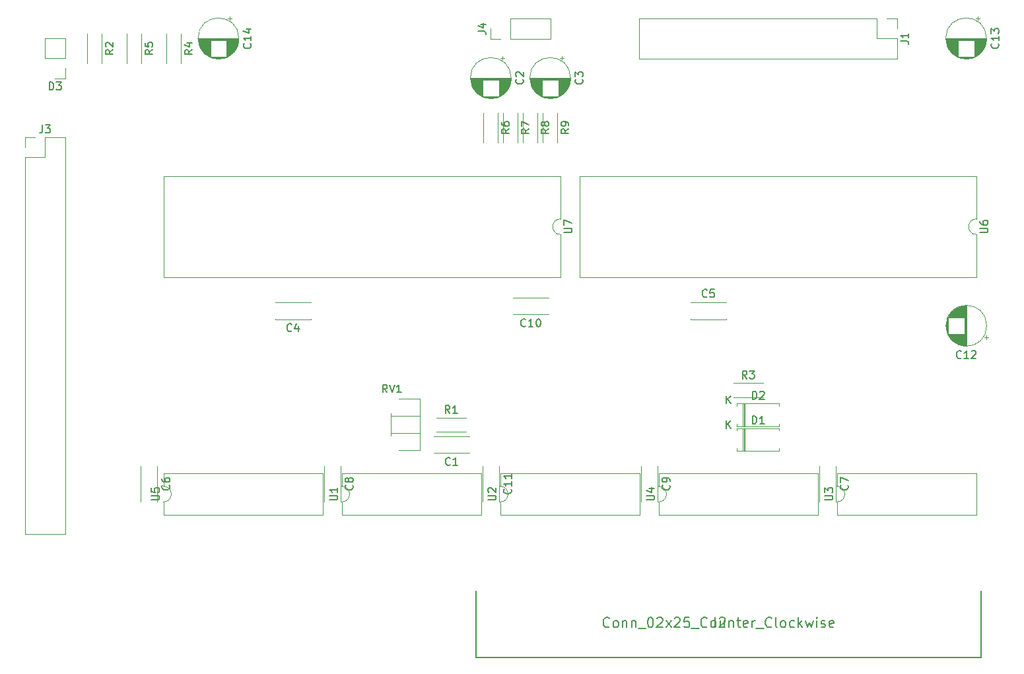
<source format=gbr>
%TF.GenerationSoftware,KiCad,Pcbnew,(5.1.12)-1*%
%TF.CreationDate,2025-05-01T22:50:32-05:00*%
%TF.ProjectId,apple_ay_8255,6170706c-655f-4617-995f-383235352e6b,rev?*%
%TF.SameCoordinates,Original*%
%TF.FileFunction,Legend,Top*%
%TF.FilePolarity,Positive*%
%FSLAX46Y46*%
G04 Gerber Fmt 4.6, Leading zero omitted, Abs format (unit mm)*
G04 Created by KiCad (PCBNEW (5.1.12)-1) date 2025-05-01 22:50:32*
%MOMM*%
%LPD*%
G01*
G04 APERTURE LIST*
%ADD10C,0.120000*%
%ADD11C,0.127000*%
%ADD12C,0.150000*%
G04 APERTURE END LIST*
D10*
%TO.C,C14*%
X137875000Y-72370000D02*
G75*
G03*
X137875000Y-72370000I-2620000J0D01*
G01*
X137835000Y-72370000D02*
X132675000Y-72370000D01*
X137835000Y-72410000D02*
X132675000Y-72410000D01*
X137834000Y-72450000D02*
X132676000Y-72450000D01*
X137833000Y-72490000D02*
X132677000Y-72490000D01*
X137831000Y-72530000D02*
X132679000Y-72530000D01*
X137828000Y-72570000D02*
X132682000Y-72570000D01*
X137824000Y-72610000D02*
X136295000Y-72610000D01*
X134215000Y-72610000D02*
X132686000Y-72610000D01*
X137820000Y-72650000D02*
X136295000Y-72650000D01*
X134215000Y-72650000D02*
X132690000Y-72650000D01*
X137816000Y-72690000D02*
X136295000Y-72690000D01*
X134215000Y-72690000D02*
X132694000Y-72690000D01*
X137811000Y-72730000D02*
X136295000Y-72730000D01*
X134215000Y-72730000D02*
X132699000Y-72730000D01*
X137805000Y-72770000D02*
X136295000Y-72770000D01*
X134215000Y-72770000D02*
X132705000Y-72770000D01*
X137798000Y-72810000D02*
X136295000Y-72810000D01*
X134215000Y-72810000D02*
X132712000Y-72810000D01*
X137791000Y-72850000D02*
X136295000Y-72850000D01*
X134215000Y-72850000D02*
X132719000Y-72850000D01*
X137783000Y-72890000D02*
X136295000Y-72890000D01*
X134215000Y-72890000D02*
X132727000Y-72890000D01*
X137775000Y-72930000D02*
X136295000Y-72930000D01*
X134215000Y-72930000D02*
X132735000Y-72930000D01*
X137766000Y-72970000D02*
X136295000Y-72970000D01*
X134215000Y-72970000D02*
X132744000Y-72970000D01*
X137756000Y-73010000D02*
X136295000Y-73010000D01*
X134215000Y-73010000D02*
X132754000Y-73010000D01*
X137746000Y-73050000D02*
X136295000Y-73050000D01*
X134215000Y-73050000D02*
X132764000Y-73050000D01*
X137735000Y-73091000D02*
X136295000Y-73091000D01*
X134215000Y-73091000D02*
X132775000Y-73091000D01*
X137723000Y-73131000D02*
X136295000Y-73131000D01*
X134215000Y-73131000D02*
X132787000Y-73131000D01*
X137710000Y-73171000D02*
X136295000Y-73171000D01*
X134215000Y-73171000D02*
X132800000Y-73171000D01*
X137697000Y-73211000D02*
X136295000Y-73211000D01*
X134215000Y-73211000D02*
X132813000Y-73211000D01*
X137683000Y-73251000D02*
X136295000Y-73251000D01*
X134215000Y-73251000D02*
X132827000Y-73251000D01*
X137669000Y-73291000D02*
X136295000Y-73291000D01*
X134215000Y-73291000D02*
X132841000Y-73291000D01*
X137653000Y-73331000D02*
X136295000Y-73331000D01*
X134215000Y-73331000D02*
X132857000Y-73331000D01*
X137637000Y-73371000D02*
X136295000Y-73371000D01*
X134215000Y-73371000D02*
X132873000Y-73371000D01*
X137620000Y-73411000D02*
X136295000Y-73411000D01*
X134215000Y-73411000D02*
X132890000Y-73411000D01*
X137603000Y-73451000D02*
X136295000Y-73451000D01*
X134215000Y-73451000D02*
X132907000Y-73451000D01*
X137584000Y-73491000D02*
X136295000Y-73491000D01*
X134215000Y-73491000D02*
X132926000Y-73491000D01*
X137565000Y-73531000D02*
X136295000Y-73531000D01*
X134215000Y-73531000D02*
X132945000Y-73531000D01*
X137545000Y-73571000D02*
X136295000Y-73571000D01*
X134215000Y-73571000D02*
X132965000Y-73571000D01*
X137523000Y-73611000D02*
X136295000Y-73611000D01*
X134215000Y-73611000D02*
X132987000Y-73611000D01*
X137502000Y-73651000D02*
X136295000Y-73651000D01*
X134215000Y-73651000D02*
X133008000Y-73651000D01*
X137479000Y-73691000D02*
X136295000Y-73691000D01*
X134215000Y-73691000D02*
X133031000Y-73691000D01*
X137455000Y-73731000D02*
X136295000Y-73731000D01*
X134215000Y-73731000D02*
X133055000Y-73731000D01*
X137430000Y-73771000D02*
X136295000Y-73771000D01*
X134215000Y-73771000D02*
X133080000Y-73771000D01*
X137404000Y-73811000D02*
X136295000Y-73811000D01*
X134215000Y-73811000D02*
X133106000Y-73811000D01*
X137377000Y-73851000D02*
X136295000Y-73851000D01*
X134215000Y-73851000D02*
X133133000Y-73851000D01*
X137350000Y-73891000D02*
X136295000Y-73891000D01*
X134215000Y-73891000D02*
X133160000Y-73891000D01*
X137320000Y-73931000D02*
X136295000Y-73931000D01*
X134215000Y-73931000D02*
X133190000Y-73931000D01*
X137290000Y-73971000D02*
X136295000Y-73971000D01*
X134215000Y-73971000D02*
X133220000Y-73971000D01*
X137259000Y-74011000D02*
X136295000Y-74011000D01*
X134215000Y-74011000D02*
X133251000Y-74011000D01*
X137226000Y-74051000D02*
X136295000Y-74051000D01*
X134215000Y-74051000D02*
X133284000Y-74051000D01*
X137192000Y-74091000D02*
X136295000Y-74091000D01*
X134215000Y-74091000D02*
X133318000Y-74091000D01*
X137156000Y-74131000D02*
X136295000Y-74131000D01*
X134215000Y-74131000D02*
X133354000Y-74131000D01*
X137119000Y-74171000D02*
X136295000Y-74171000D01*
X134215000Y-74171000D02*
X133391000Y-74171000D01*
X137081000Y-74211000D02*
X136295000Y-74211000D01*
X134215000Y-74211000D02*
X133429000Y-74211000D01*
X137040000Y-74251000D02*
X136295000Y-74251000D01*
X134215000Y-74251000D02*
X133470000Y-74251000D01*
X136998000Y-74291000D02*
X136295000Y-74291000D01*
X134215000Y-74291000D02*
X133512000Y-74291000D01*
X136954000Y-74331000D02*
X136295000Y-74331000D01*
X134215000Y-74331000D02*
X133556000Y-74331000D01*
X136908000Y-74371000D02*
X136295000Y-74371000D01*
X134215000Y-74371000D02*
X133602000Y-74371000D01*
X136860000Y-74411000D02*
X136295000Y-74411000D01*
X134215000Y-74411000D02*
X133650000Y-74411000D01*
X136809000Y-74451000D02*
X136295000Y-74451000D01*
X134215000Y-74451000D02*
X133701000Y-74451000D01*
X136755000Y-74491000D02*
X136295000Y-74491000D01*
X134215000Y-74491000D02*
X133755000Y-74491000D01*
X136698000Y-74531000D02*
X136295000Y-74531000D01*
X134215000Y-74531000D02*
X133812000Y-74531000D01*
X136638000Y-74571000D02*
X136295000Y-74571000D01*
X134215000Y-74571000D02*
X133872000Y-74571000D01*
X136574000Y-74611000D02*
X136295000Y-74611000D01*
X134215000Y-74611000D02*
X133936000Y-74611000D01*
X136506000Y-74651000D02*
X136295000Y-74651000D01*
X134215000Y-74651000D02*
X134004000Y-74651000D01*
X136433000Y-74691000D02*
X134077000Y-74691000D01*
X136353000Y-74731000D02*
X134157000Y-74731000D01*
X136266000Y-74771000D02*
X134244000Y-74771000D01*
X136170000Y-74811000D02*
X134340000Y-74811000D01*
X136060000Y-74851000D02*
X134450000Y-74851000D01*
X135932000Y-74891000D02*
X134578000Y-74891000D01*
X135773000Y-74931000D02*
X134737000Y-74931000D01*
X135539000Y-74971000D02*
X134971000Y-74971000D01*
X136730000Y-69565225D02*
X136730000Y-70065225D01*
X136980000Y-69815225D02*
X136480000Y-69815225D01*
%TO.C,C13*%
X233760000Y-72370000D02*
G75*
G03*
X233760000Y-72370000I-2620000J0D01*
G01*
X233720000Y-72370000D02*
X228560000Y-72370000D01*
X233720000Y-72410000D02*
X228560000Y-72410000D01*
X233719000Y-72450000D02*
X228561000Y-72450000D01*
X233718000Y-72490000D02*
X228562000Y-72490000D01*
X233716000Y-72530000D02*
X228564000Y-72530000D01*
X233713000Y-72570000D02*
X228567000Y-72570000D01*
X233709000Y-72610000D02*
X232180000Y-72610000D01*
X230100000Y-72610000D02*
X228571000Y-72610000D01*
X233705000Y-72650000D02*
X232180000Y-72650000D01*
X230100000Y-72650000D02*
X228575000Y-72650000D01*
X233701000Y-72690000D02*
X232180000Y-72690000D01*
X230100000Y-72690000D02*
X228579000Y-72690000D01*
X233696000Y-72730000D02*
X232180000Y-72730000D01*
X230100000Y-72730000D02*
X228584000Y-72730000D01*
X233690000Y-72770000D02*
X232180000Y-72770000D01*
X230100000Y-72770000D02*
X228590000Y-72770000D01*
X233683000Y-72810000D02*
X232180000Y-72810000D01*
X230100000Y-72810000D02*
X228597000Y-72810000D01*
X233676000Y-72850000D02*
X232180000Y-72850000D01*
X230100000Y-72850000D02*
X228604000Y-72850000D01*
X233668000Y-72890000D02*
X232180000Y-72890000D01*
X230100000Y-72890000D02*
X228612000Y-72890000D01*
X233660000Y-72930000D02*
X232180000Y-72930000D01*
X230100000Y-72930000D02*
X228620000Y-72930000D01*
X233651000Y-72970000D02*
X232180000Y-72970000D01*
X230100000Y-72970000D02*
X228629000Y-72970000D01*
X233641000Y-73010000D02*
X232180000Y-73010000D01*
X230100000Y-73010000D02*
X228639000Y-73010000D01*
X233631000Y-73050000D02*
X232180000Y-73050000D01*
X230100000Y-73050000D02*
X228649000Y-73050000D01*
X233620000Y-73091000D02*
X232180000Y-73091000D01*
X230100000Y-73091000D02*
X228660000Y-73091000D01*
X233608000Y-73131000D02*
X232180000Y-73131000D01*
X230100000Y-73131000D02*
X228672000Y-73131000D01*
X233595000Y-73171000D02*
X232180000Y-73171000D01*
X230100000Y-73171000D02*
X228685000Y-73171000D01*
X233582000Y-73211000D02*
X232180000Y-73211000D01*
X230100000Y-73211000D02*
X228698000Y-73211000D01*
X233568000Y-73251000D02*
X232180000Y-73251000D01*
X230100000Y-73251000D02*
X228712000Y-73251000D01*
X233554000Y-73291000D02*
X232180000Y-73291000D01*
X230100000Y-73291000D02*
X228726000Y-73291000D01*
X233538000Y-73331000D02*
X232180000Y-73331000D01*
X230100000Y-73331000D02*
X228742000Y-73331000D01*
X233522000Y-73371000D02*
X232180000Y-73371000D01*
X230100000Y-73371000D02*
X228758000Y-73371000D01*
X233505000Y-73411000D02*
X232180000Y-73411000D01*
X230100000Y-73411000D02*
X228775000Y-73411000D01*
X233488000Y-73451000D02*
X232180000Y-73451000D01*
X230100000Y-73451000D02*
X228792000Y-73451000D01*
X233469000Y-73491000D02*
X232180000Y-73491000D01*
X230100000Y-73491000D02*
X228811000Y-73491000D01*
X233450000Y-73531000D02*
X232180000Y-73531000D01*
X230100000Y-73531000D02*
X228830000Y-73531000D01*
X233430000Y-73571000D02*
X232180000Y-73571000D01*
X230100000Y-73571000D02*
X228850000Y-73571000D01*
X233408000Y-73611000D02*
X232180000Y-73611000D01*
X230100000Y-73611000D02*
X228872000Y-73611000D01*
X233387000Y-73651000D02*
X232180000Y-73651000D01*
X230100000Y-73651000D02*
X228893000Y-73651000D01*
X233364000Y-73691000D02*
X232180000Y-73691000D01*
X230100000Y-73691000D02*
X228916000Y-73691000D01*
X233340000Y-73731000D02*
X232180000Y-73731000D01*
X230100000Y-73731000D02*
X228940000Y-73731000D01*
X233315000Y-73771000D02*
X232180000Y-73771000D01*
X230100000Y-73771000D02*
X228965000Y-73771000D01*
X233289000Y-73811000D02*
X232180000Y-73811000D01*
X230100000Y-73811000D02*
X228991000Y-73811000D01*
X233262000Y-73851000D02*
X232180000Y-73851000D01*
X230100000Y-73851000D02*
X229018000Y-73851000D01*
X233235000Y-73891000D02*
X232180000Y-73891000D01*
X230100000Y-73891000D02*
X229045000Y-73891000D01*
X233205000Y-73931000D02*
X232180000Y-73931000D01*
X230100000Y-73931000D02*
X229075000Y-73931000D01*
X233175000Y-73971000D02*
X232180000Y-73971000D01*
X230100000Y-73971000D02*
X229105000Y-73971000D01*
X233144000Y-74011000D02*
X232180000Y-74011000D01*
X230100000Y-74011000D02*
X229136000Y-74011000D01*
X233111000Y-74051000D02*
X232180000Y-74051000D01*
X230100000Y-74051000D02*
X229169000Y-74051000D01*
X233077000Y-74091000D02*
X232180000Y-74091000D01*
X230100000Y-74091000D02*
X229203000Y-74091000D01*
X233041000Y-74131000D02*
X232180000Y-74131000D01*
X230100000Y-74131000D02*
X229239000Y-74131000D01*
X233004000Y-74171000D02*
X232180000Y-74171000D01*
X230100000Y-74171000D02*
X229276000Y-74171000D01*
X232966000Y-74211000D02*
X232180000Y-74211000D01*
X230100000Y-74211000D02*
X229314000Y-74211000D01*
X232925000Y-74251000D02*
X232180000Y-74251000D01*
X230100000Y-74251000D02*
X229355000Y-74251000D01*
X232883000Y-74291000D02*
X232180000Y-74291000D01*
X230100000Y-74291000D02*
X229397000Y-74291000D01*
X232839000Y-74331000D02*
X232180000Y-74331000D01*
X230100000Y-74331000D02*
X229441000Y-74331000D01*
X232793000Y-74371000D02*
X232180000Y-74371000D01*
X230100000Y-74371000D02*
X229487000Y-74371000D01*
X232745000Y-74411000D02*
X232180000Y-74411000D01*
X230100000Y-74411000D02*
X229535000Y-74411000D01*
X232694000Y-74451000D02*
X232180000Y-74451000D01*
X230100000Y-74451000D02*
X229586000Y-74451000D01*
X232640000Y-74491000D02*
X232180000Y-74491000D01*
X230100000Y-74491000D02*
X229640000Y-74491000D01*
X232583000Y-74531000D02*
X232180000Y-74531000D01*
X230100000Y-74531000D02*
X229697000Y-74531000D01*
X232523000Y-74571000D02*
X232180000Y-74571000D01*
X230100000Y-74571000D02*
X229757000Y-74571000D01*
X232459000Y-74611000D02*
X232180000Y-74611000D01*
X230100000Y-74611000D02*
X229821000Y-74611000D01*
X232391000Y-74651000D02*
X232180000Y-74651000D01*
X230100000Y-74651000D02*
X229889000Y-74651000D01*
X232318000Y-74691000D02*
X229962000Y-74691000D01*
X232238000Y-74731000D02*
X230042000Y-74731000D01*
X232151000Y-74771000D02*
X230129000Y-74771000D01*
X232055000Y-74811000D02*
X230225000Y-74811000D01*
X231945000Y-74851000D02*
X230335000Y-74851000D01*
X231817000Y-74891000D02*
X230463000Y-74891000D01*
X231658000Y-74931000D02*
X230622000Y-74931000D01*
X231424000Y-74971000D02*
X230856000Y-74971000D01*
X232615000Y-69565225D02*
X232615000Y-70065225D01*
X232865000Y-69815225D02*
X232365000Y-69815225D01*
%TO.C,C12*%
X233780000Y-109220000D02*
G75*
G03*
X233780000Y-109220000I-2620000J0D01*
G01*
X231160000Y-111800000D02*
X231160000Y-106640000D01*
X231120000Y-111800000D02*
X231120000Y-106640000D01*
X231080000Y-111799000D02*
X231080000Y-106641000D01*
X231040000Y-111798000D02*
X231040000Y-106642000D01*
X231000000Y-111796000D02*
X231000000Y-106644000D01*
X230960000Y-111793000D02*
X230960000Y-106647000D01*
X230920000Y-111789000D02*
X230920000Y-110260000D01*
X230920000Y-108180000D02*
X230920000Y-106651000D01*
X230880000Y-111785000D02*
X230880000Y-110260000D01*
X230880000Y-108180000D02*
X230880000Y-106655000D01*
X230840000Y-111781000D02*
X230840000Y-110260000D01*
X230840000Y-108180000D02*
X230840000Y-106659000D01*
X230800000Y-111776000D02*
X230800000Y-110260000D01*
X230800000Y-108180000D02*
X230800000Y-106664000D01*
X230760000Y-111770000D02*
X230760000Y-110260000D01*
X230760000Y-108180000D02*
X230760000Y-106670000D01*
X230720000Y-111763000D02*
X230720000Y-110260000D01*
X230720000Y-108180000D02*
X230720000Y-106677000D01*
X230680000Y-111756000D02*
X230680000Y-110260000D01*
X230680000Y-108180000D02*
X230680000Y-106684000D01*
X230640000Y-111748000D02*
X230640000Y-110260000D01*
X230640000Y-108180000D02*
X230640000Y-106692000D01*
X230600000Y-111740000D02*
X230600000Y-110260000D01*
X230600000Y-108180000D02*
X230600000Y-106700000D01*
X230560000Y-111731000D02*
X230560000Y-110260000D01*
X230560000Y-108180000D02*
X230560000Y-106709000D01*
X230520000Y-111721000D02*
X230520000Y-110260000D01*
X230520000Y-108180000D02*
X230520000Y-106719000D01*
X230480000Y-111711000D02*
X230480000Y-110260000D01*
X230480000Y-108180000D02*
X230480000Y-106729000D01*
X230439000Y-111700000D02*
X230439000Y-110260000D01*
X230439000Y-108180000D02*
X230439000Y-106740000D01*
X230399000Y-111688000D02*
X230399000Y-110260000D01*
X230399000Y-108180000D02*
X230399000Y-106752000D01*
X230359000Y-111675000D02*
X230359000Y-110260000D01*
X230359000Y-108180000D02*
X230359000Y-106765000D01*
X230319000Y-111662000D02*
X230319000Y-110260000D01*
X230319000Y-108180000D02*
X230319000Y-106778000D01*
X230279000Y-111648000D02*
X230279000Y-110260000D01*
X230279000Y-108180000D02*
X230279000Y-106792000D01*
X230239000Y-111634000D02*
X230239000Y-110260000D01*
X230239000Y-108180000D02*
X230239000Y-106806000D01*
X230199000Y-111618000D02*
X230199000Y-110260000D01*
X230199000Y-108180000D02*
X230199000Y-106822000D01*
X230159000Y-111602000D02*
X230159000Y-110260000D01*
X230159000Y-108180000D02*
X230159000Y-106838000D01*
X230119000Y-111585000D02*
X230119000Y-110260000D01*
X230119000Y-108180000D02*
X230119000Y-106855000D01*
X230079000Y-111568000D02*
X230079000Y-110260000D01*
X230079000Y-108180000D02*
X230079000Y-106872000D01*
X230039000Y-111549000D02*
X230039000Y-110260000D01*
X230039000Y-108180000D02*
X230039000Y-106891000D01*
X229999000Y-111530000D02*
X229999000Y-110260000D01*
X229999000Y-108180000D02*
X229999000Y-106910000D01*
X229959000Y-111510000D02*
X229959000Y-110260000D01*
X229959000Y-108180000D02*
X229959000Y-106930000D01*
X229919000Y-111488000D02*
X229919000Y-110260000D01*
X229919000Y-108180000D02*
X229919000Y-106952000D01*
X229879000Y-111467000D02*
X229879000Y-110260000D01*
X229879000Y-108180000D02*
X229879000Y-106973000D01*
X229839000Y-111444000D02*
X229839000Y-110260000D01*
X229839000Y-108180000D02*
X229839000Y-106996000D01*
X229799000Y-111420000D02*
X229799000Y-110260000D01*
X229799000Y-108180000D02*
X229799000Y-107020000D01*
X229759000Y-111395000D02*
X229759000Y-110260000D01*
X229759000Y-108180000D02*
X229759000Y-107045000D01*
X229719000Y-111369000D02*
X229719000Y-110260000D01*
X229719000Y-108180000D02*
X229719000Y-107071000D01*
X229679000Y-111342000D02*
X229679000Y-110260000D01*
X229679000Y-108180000D02*
X229679000Y-107098000D01*
X229639000Y-111315000D02*
X229639000Y-110260000D01*
X229639000Y-108180000D02*
X229639000Y-107125000D01*
X229599000Y-111285000D02*
X229599000Y-110260000D01*
X229599000Y-108180000D02*
X229599000Y-107155000D01*
X229559000Y-111255000D02*
X229559000Y-110260000D01*
X229559000Y-108180000D02*
X229559000Y-107185000D01*
X229519000Y-111224000D02*
X229519000Y-110260000D01*
X229519000Y-108180000D02*
X229519000Y-107216000D01*
X229479000Y-111191000D02*
X229479000Y-110260000D01*
X229479000Y-108180000D02*
X229479000Y-107249000D01*
X229439000Y-111157000D02*
X229439000Y-110260000D01*
X229439000Y-108180000D02*
X229439000Y-107283000D01*
X229399000Y-111121000D02*
X229399000Y-110260000D01*
X229399000Y-108180000D02*
X229399000Y-107319000D01*
X229359000Y-111084000D02*
X229359000Y-110260000D01*
X229359000Y-108180000D02*
X229359000Y-107356000D01*
X229319000Y-111046000D02*
X229319000Y-110260000D01*
X229319000Y-108180000D02*
X229319000Y-107394000D01*
X229279000Y-111005000D02*
X229279000Y-110260000D01*
X229279000Y-108180000D02*
X229279000Y-107435000D01*
X229239000Y-110963000D02*
X229239000Y-110260000D01*
X229239000Y-108180000D02*
X229239000Y-107477000D01*
X229199000Y-110919000D02*
X229199000Y-110260000D01*
X229199000Y-108180000D02*
X229199000Y-107521000D01*
X229159000Y-110873000D02*
X229159000Y-110260000D01*
X229159000Y-108180000D02*
X229159000Y-107567000D01*
X229119000Y-110825000D02*
X229119000Y-110260000D01*
X229119000Y-108180000D02*
X229119000Y-107615000D01*
X229079000Y-110774000D02*
X229079000Y-110260000D01*
X229079000Y-108180000D02*
X229079000Y-107666000D01*
X229039000Y-110720000D02*
X229039000Y-110260000D01*
X229039000Y-108180000D02*
X229039000Y-107720000D01*
X228999000Y-110663000D02*
X228999000Y-110260000D01*
X228999000Y-108180000D02*
X228999000Y-107777000D01*
X228959000Y-110603000D02*
X228959000Y-110260000D01*
X228959000Y-108180000D02*
X228959000Y-107837000D01*
X228919000Y-110539000D02*
X228919000Y-110260000D01*
X228919000Y-108180000D02*
X228919000Y-107901000D01*
X228879000Y-110471000D02*
X228879000Y-110260000D01*
X228879000Y-108180000D02*
X228879000Y-107969000D01*
X228839000Y-110398000D02*
X228839000Y-108042000D01*
X228799000Y-110318000D02*
X228799000Y-108122000D01*
X228759000Y-110231000D02*
X228759000Y-108209000D01*
X228719000Y-110135000D02*
X228719000Y-108305000D01*
X228679000Y-110025000D02*
X228679000Y-108415000D01*
X228639000Y-109897000D02*
X228639000Y-108543000D01*
X228599000Y-109738000D02*
X228599000Y-108702000D01*
X228559000Y-109504000D02*
X228559000Y-108936000D01*
X233964775Y-110695000D02*
X233464775Y-110695000D01*
X233714775Y-110945000D02*
X233714775Y-110445000D01*
%TO.C,C11*%
X171250000Y-127230000D02*
X171250000Y-131770000D01*
X169110000Y-127230000D02*
X169110000Y-131770000D01*
X171250000Y-127230000D02*
X171235000Y-127230000D01*
X169125000Y-127230000D02*
X169110000Y-127230000D01*
X171250000Y-131770000D02*
X171235000Y-131770000D01*
X169125000Y-131770000D02*
X169110000Y-131770000D01*
%TO.C,C10*%
X177570000Y-107750000D02*
X173030000Y-107750000D01*
X177570000Y-105610000D02*
X173030000Y-105610000D01*
X177570000Y-107750000D02*
X177570000Y-107735000D01*
X177570000Y-105625000D02*
X177570000Y-105610000D01*
X173030000Y-107750000D02*
X173030000Y-107735000D01*
X173030000Y-105625000D02*
X173030000Y-105610000D01*
%TO.C,C9*%
X191570000Y-127230000D02*
X191570000Y-131770000D01*
X189430000Y-127230000D02*
X189430000Y-131770000D01*
X191570000Y-127230000D02*
X191555000Y-127230000D01*
X189445000Y-127230000D02*
X189430000Y-127230000D01*
X191570000Y-131770000D02*
X191555000Y-131770000D01*
X189445000Y-131770000D02*
X189430000Y-131770000D01*
%TO.C,C8*%
X150930000Y-127230000D02*
X150930000Y-131770000D01*
X148790000Y-127230000D02*
X148790000Y-131770000D01*
X150930000Y-127230000D02*
X150915000Y-127230000D01*
X148805000Y-127230000D02*
X148790000Y-127230000D01*
X150930000Y-131770000D02*
X150915000Y-131770000D01*
X148805000Y-131770000D02*
X148790000Y-131770000D01*
%TO.C,C7*%
X214430000Y-127230000D02*
X214430000Y-131770000D01*
X212290000Y-127230000D02*
X212290000Y-131770000D01*
X214430000Y-127230000D02*
X214415000Y-127230000D01*
X212305000Y-127230000D02*
X212290000Y-127230000D01*
X214430000Y-131770000D02*
X214415000Y-131770000D01*
X212305000Y-131770000D02*
X212290000Y-131770000D01*
%TO.C,C6*%
X127435000Y-127230000D02*
X127435000Y-131770000D01*
X125295000Y-127230000D02*
X125295000Y-131770000D01*
X127435000Y-127230000D02*
X127420000Y-127230000D01*
X125310000Y-127230000D02*
X125295000Y-127230000D01*
X127435000Y-131770000D02*
X127420000Y-131770000D01*
X125310000Y-131770000D02*
X125295000Y-131770000D01*
%TO.C,C5*%
X195810000Y-106245000D02*
X200350000Y-106245000D01*
X195810000Y-108385000D02*
X200350000Y-108385000D01*
X195810000Y-106245000D02*
X195810000Y-106260000D01*
X195810000Y-108370000D02*
X195810000Y-108385000D01*
X200350000Y-106245000D02*
X200350000Y-106260000D01*
X200350000Y-108370000D02*
X200350000Y-108385000D01*
%TO.C,C4*%
X147090000Y-108385000D02*
X142550000Y-108385000D01*
X147090000Y-106245000D02*
X142550000Y-106245000D01*
X147090000Y-108385000D02*
X147090000Y-108370000D01*
X147090000Y-106260000D02*
X147090000Y-106245000D01*
X142550000Y-108385000D02*
X142550000Y-108370000D01*
X142550000Y-106260000D02*
X142550000Y-106245000D01*
%TO.C,R9*%
X178720000Y-81900000D02*
X178720000Y-85740000D01*
X176880000Y-81900000D02*
X176880000Y-85740000D01*
%TO.C,R8*%
X176180000Y-81900000D02*
X176180000Y-85740000D01*
X174340000Y-81900000D02*
X174340000Y-85740000D01*
%TO.C,R7*%
X173640000Y-81900000D02*
X173640000Y-85740000D01*
X171800000Y-81900000D02*
X171800000Y-85740000D01*
%TO.C,R6*%
X171100000Y-81900000D02*
X171100000Y-85740000D01*
X169260000Y-81900000D02*
X169260000Y-85740000D01*
%TO.C,J4*%
X177860000Y-72450000D02*
X177860000Y-69790000D01*
X172720000Y-72450000D02*
X177860000Y-72450000D01*
X172720000Y-69790000D02*
X177860000Y-69790000D01*
X172720000Y-72450000D02*
X172720000Y-69790000D01*
X171450000Y-72450000D02*
X170120000Y-72450000D01*
X170120000Y-72450000D02*
X170120000Y-71120000D01*
%TO.C,C3*%
X180420000Y-77450000D02*
G75*
G03*
X180420000Y-77450000I-2620000J0D01*
G01*
X180380000Y-77450000D02*
X175220000Y-77450000D01*
X180380000Y-77490000D02*
X175220000Y-77490000D01*
X180379000Y-77530000D02*
X175221000Y-77530000D01*
X180378000Y-77570000D02*
X175222000Y-77570000D01*
X180376000Y-77610000D02*
X175224000Y-77610000D01*
X180373000Y-77650000D02*
X175227000Y-77650000D01*
X180369000Y-77690000D02*
X178840000Y-77690000D01*
X176760000Y-77690000D02*
X175231000Y-77690000D01*
X180365000Y-77730000D02*
X178840000Y-77730000D01*
X176760000Y-77730000D02*
X175235000Y-77730000D01*
X180361000Y-77770000D02*
X178840000Y-77770000D01*
X176760000Y-77770000D02*
X175239000Y-77770000D01*
X180356000Y-77810000D02*
X178840000Y-77810000D01*
X176760000Y-77810000D02*
X175244000Y-77810000D01*
X180350000Y-77850000D02*
X178840000Y-77850000D01*
X176760000Y-77850000D02*
X175250000Y-77850000D01*
X180343000Y-77890000D02*
X178840000Y-77890000D01*
X176760000Y-77890000D02*
X175257000Y-77890000D01*
X180336000Y-77930000D02*
X178840000Y-77930000D01*
X176760000Y-77930000D02*
X175264000Y-77930000D01*
X180328000Y-77970000D02*
X178840000Y-77970000D01*
X176760000Y-77970000D02*
X175272000Y-77970000D01*
X180320000Y-78010000D02*
X178840000Y-78010000D01*
X176760000Y-78010000D02*
X175280000Y-78010000D01*
X180311000Y-78050000D02*
X178840000Y-78050000D01*
X176760000Y-78050000D02*
X175289000Y-78050000D01*
X180301000Y-78090000D02*
X178840000Y-78090000D01*
X176760000Y-78090000D02*
X175299000Y-78090000D01*
X180291000Y-78130000D02*
X178840000Y-78130000D01*
X176760000Y-78130000D02*
X175309000Y-78130000D01*
X180280000Y-78171000D02*
X178840000Y-78171000D01*
X176760000Y-78171000D02*
X175320000Y-78171000D01*
X180268000Y-78211000D02*
X178840000Y-78211000D01*
X176760000Y-78211000D02*
X175332000Y-78211000D01*
X180255000Y-78251000D02*
X178840000Y-78251000D01*
X176760000Y-78251000D02*
X175345000Y-78251000D01*
X180242000Y-78291000D02*
X178840000Y-78291000D01*
X176760000Y-78291000D02*
X175358000Y-78291000D01*
X180228000Y-78331000D02*
X178840000Y-78331000D01*
X176760000Y-78331000D02*
X175372000Y-78331000D01*
X180214000Y-78371000D02*
X178840000Y-78371000D01*
X176760000Y-78371000D02*
X175386000Y-78371000D01*
X180198000Y-78411000D02*
X178840000Y-78411000D01*
X176760000Y-78411000D02*
X175402000Y-78411000D01*
X180182000Y-78451000D02*
X178840000Y-78451000D01*
X176760000Y-78451000D02*
X175418000Y-78451000D01*
X180165000Y-78491000D02*
X178840000Y-78491000D01*
X176760000Y-78491000D02*
X175435000Y-78491000D01*
X180148000Y-78531000D02*
X178840000Y-78531000D01*
X176760000Y-78531000D02*
X175452000Y-78531000D01*
X180129000Y-78571000D02*
X178840000Y-78571000D01*
X176760000Y-78571000D02*
X175471000Y-78571000D01*
X180110000Y-78611000D02*
X178840000Y-78611000D01*
X176760000Y-78611000D02*
X175490000Y-78611000D01*
X180090000Y-78651000D02*
X178840000Y-78651000D01*
X176760000Y-78651000D02*
X175510000Y-78651000D01*
X180068000Y-78691000D02*
X178840000Y-78691000D01*
X176760000Y-78691000D02*
X175532000Y-78691000D01*
X180047000Y-78731000D02*
X178840000Y-78731000D01*
X176760000Y-78731000D02*
X175553000Y-78731000D01*
X180024000Y-78771000D02*
X178840000Y-78771000D01*
X176760000Y-78771000D02*
X175576000Y-78771000D01*
X180000000Y-78811000D02*
X178840000Y-78811000D01*
X176760000Y-78811000D02*
X175600000Y-78811000D01*
X179975000Y-78851000D02*
X178840000Y-78851000D01*
X176760000Y-78851000D02*
X175625000Y-78851000D01*
X179949000Y-78891000D02*
X178840000Y-78891000D01*
X176760000Y-78891000D02*
X175651000Y-78891000D01*
X179922000Y-78931000D02*
X178840000Y-78931000D01*
X176760000Y-78931000D02*
X175678000Y-78931000D01*
X179895000Y-78971000D02*
X178840000Y-78971000D01*
X176760000Y-78971000D02*
X175705000Y-78971000D01*
X179865000Y-79011000D02*
X178840000Y-79011000D01*
X176760000Y-79011000D02*
X175735000Y-79011000D01*
X179835000Y-79051000D02*
X178840000Y-79051000D01*
X176760000Y-79051000D02*
X175765000Y-79051000D01*
X179804000Y-79091000D02*
X178840000Y-79091000D01*
X176760000Y-79091000D02*
X175796000Y-79091000D01*
X179771000Y-79131000D02*
X178840000Y-79131000D01*
X176760000Y-79131000D02*
X175829000Y-79131000D01*
X179737000Y-79171000D02*
X178840000Y-79171000D01*
X176760000Y-79171000D02*
X175863000Y-79171000D01*
X179701000Y-79211000D02*
X178840000Y-79211000D01*
X176760000Y-79211000D02*
X175899000Y-79211000D01*
X179664000Y-79251000D02*
X178840000Y-79251000D01*
X176760000Y-79251000D02*
X175936000Y-79251000D01*
X179626000Y-79291000D02*
X178840000Y-79291000D01*
X176760000Y-79291000D02*
X175974000Y-79291000D01*
X179585000Y-79331000D02*
X178840000Y-79331000D01*
X176760000Y-79331000D02*
X176015000Y-79331000D01*
X179543000Y-79371000D02*
X178840000Y-79371000D01*
X176760000Y-79371000D02*
X176057000Y-79371000D01*
X179499000Y-79411000D02*
X178840000Y-79411000D01*
X176760000Y-79411000D02*
X176101000Y-79411000D01*
X179453000Y-79451000D02*
X178840000Y-79451000D01*
X176760000Y-79451000D02*
X176147000Y-79451000D01*
X179405000Y-79491000D02*
X178840000Y-79491000D01*
X176760000Y-79491000D02*
X176195000Y-79491000D01*
X179354000Y-79531000D02*
X178840000Y-79531000D01*
X176760000Y-79531000D02*
X176246000Y-79531000D01*
X179300000Y-79571000D02*
X178840000Y-79571000D01*
X176760000Y-79571000D02*
X176300000Y-79571000D01*
X179243000Y-79611000D02*
X178840000Y-79611000D01*
X176760000Y-79611000D02*
X176357000Y-79611000D01*
X179183000Y-79651000D02*
X178840000Y-79651000D01*
X176760000Y-79651000D02*
X176417000Y-79651000D01*
X179119000Y-79691000D02*
X178840000Y-79691000D01*
X176760000Y-79691000D02*
X176481000Y-79691000D01*
X179051000Y-79731000D02*
X178840000Y-79731000D01*
X176760000Y-79731000D02*
X176549000Y-79731000D01*
X178978000Y-79771000D02*
X176622000Y-79771000D01*
X178898000Y-79811000D02*
X176702000Y-79811000D01*
X178811000Y-79851000D02*
X176789000Y-79851000D01*
X178715000Y-79891000D02*
X176885000Y-79891000D01*
X178605000Y-79931000D02*
X176995000Y-79931000D01*
X178477000Y-79971000D02*
X177123000Y-79971000D01*
X178318000Y-80011000D02*
X177282000Y-80011000D01*
X178084000Y-80051000D02*
X177516000Y-80051000D01*
X179275000Y-74645225D02*
X179275000Y-75145225D01*
X179525000Y-74895225D02*
X179025000Y-74895225D01*
%TO.C,C2*%
X172800000Y-77450000D02*
G75*
G03*
X172800000Y-77450000I-2620000J0D01*
G01*
X172760000Y-77450000D02*
X167600000Y-77450000D01*
X172760000Y-77490000D02*
X167600000Y-77490000D01*
X172759000Y-77530000D02*
X167601000Y-77530000D01*
X172758000Y-77570000D02*
X167602000Y-77570000D01*
X172756000Y-77610000D02*
X167604000Y-77610000D01*
X172753000Y-77650000D02*
X167607000Y-77650000D01*
X172749000Y-77690000D02*
X171220000Y-77690000D01*
X169140000Y-77690000D02*
X167611000Y-77690000D01*
X172745000Y-77730000D02*
X171220000Y-77730000D01*
X169140000Y-77730000D02*
X167615000Y-77730000D01*
X172741000Y-77770000D02*
X171220000Y-77770000D01*
X169140000Y-77770000D02*
X167619000Y-77770000D01*
X172736000Y-77810000D02*
X171220000Y-77810000D01*
X169140000Y-77810000D02*
X167624000Y-77810000D01*
X172730000Y-77850000D02*
X171220000Y-77850000D01*
X169140000Y-77850000D02*
X167630000Y-77850000D01*
X172723000Y-77890000D02*
X171220000Y-77890000D01*
X169140000Y-77890000D02*
X167637000Y-77890000D01*
X172716000Y-77930000D02*
X171220000Y-77930000D01*
X169140000Y-77930000D02*
X167644000Y-77930000D01*
X172708000Y-77970000D02*
X171220000Y-77970000D01*
X169140000Y-77970000D02*
X167652000Y-77970000D01*
X172700000Y-78010000D02*
X171220000Y-78010000D01*
X169140000Y-78010000D02*
X167660000Y-78010000D01*
X172691000Y-78050000D02*
X171220000Y-78050000D01*
X169140000Y-78050000D02*
X167669000Y-78050000D01*
X172681000Y-78090000D02*
X171220000Y-78090000D01*
X169140000Y-78090000D02*
X167679000Y-78090000D01*
X172671000Y-78130000D02*
X171220000Y-78130000D01*
X169140000Y-78130000D02*
X167689000Y-78130000D01*
X172660000Y-78171000D02*
X171220000Y-78171000D01*
X169140000Y-78171000D02*
X167700000Y-78171000D01*
X172648000Y-78211000D02*
X171220000Y-78211000D01*
X169140000Y-78211000D02*
X167712000Y-78211000D01*
X172635000Y-78251000D02*
X171220000Y-78251000D01*
X169140000Y-78251000D02*
X167725000Y-78251000D01*
X172622000Y-78291000D02*
X171220000Y-78291000D01*
X169140000Y-78291000D02*
X167738000Y-78291000D01*
X172608000Y-78331000D02*
X171220000Y-78331000D01*
X169140000Y-78331000D02*
X167752000Y-78331000D01*
X172594000Y-78371000D02*
X171220000Y-78371000D01*
X169140000Y-78371000D02*
X167766000Y-78371000D01*
X172578000Y-78411000D02*
X171220000Y-78411000D01*
X169140000Y-78411000D02*
X167782000Y-78411000D01*
X172562000Y-78451000D02*
X171220000Y-78451000D01*
X169140000Y-78451000D02*
X167798000Y-78451000D01*
X172545000Y-78491000D02*
X171220000Y-78491000D01*
X169140000Y-78491000D02*
X167815000Y-78491000D01*
X172528000Y-78531000D02*
X171220000Y-78531000D01*
X169140000Y-78531000D02*
X167832000Y-78531000D01*
X172509000Y-78571000D02*
X171220000Y-78571000D01*
X169140000Y-78571000D02*
X167851000Y-78571000D01*
X172490000Y-78611000D02*
X171220000Y-78611000D01*
X169140000Y-78611000D02*
X167870000Y-78611000D01*
X172470000Y-78651000D02*
X171220000Y-78651000D01*
X169140000Y-78651000D02*
X167890000Y-78651000D01*
X172448000Y-78691000D02*
X171220000Y-78691000D01*
X169140000Y-78691000D02*
X167912000Y-78691000D01*
X172427000Y-78731000D02*
X171220000Y-78731000D01*
X169140000Y-78731000D02*
X167933000Y-78731000D01*
X172404000Y-78771000D02*
X171220000Y-78771000D01*
X169140000Y-78771000D02*
X167956000Y-78771000D01*
X172380000Y-78811000D02*
X171220000Y-78811000D01*
X169140000Y-78811000D02*
X167980000Y-78811000D01*
X172355000Y-78851000D02*
X171220000Y-78851000D01*
X169140000Y-78851000D02*
X168005000Y-78851000D01*
X172329000Y-78891000D02*
X171220000Y-78891000D01*
X169140000Y-78891000D02*
X168031000Y-78891000D01*
X172302000Y-78931000D02*
X171220000Y-78931000D01*
X169140000Y-78931000D02*
X168058000Y-78931000D01*
X172275000Y-78971000D02*
X171220000Y-78971000D01*
X169140000Y-78971000D02*
X168085000Y-78971000D01*
X172245000Y-79011000D02*
X171220000Y-79011000D01*
X169140000Y-79011000D02*
X168115000Y-79011000D01*
X172215000Y-79051000D02*
X171220000Y-79051000D01*
X169140000Y-79051000D02*
X168145000Y-79051000D01*
X172184000Y-79091000D02*
X171220000Y-79091000D01*
X169140000Y-79091000D02*
X168176000Y-79091000D01*
X172151000Y-79131000D02*
X171220000Y-79131000D01*
X169140000Y-79131000D02*
X168209000Y-79131000D01*
X172117000Y-79171000D02*
X171220000Y-79171000D01*
X169140000Y-79171000D02*
X168243000Y-79171000D01*
X172081000Y-79211000D02*
X171220000Y-79211000D01*
X169140000Y-79211000D02*
X168279000Y-79211000D01*
X172044000Y-79251000D02*
X171220000Y-79251000D01*
X169140000Y-79251000D02*
X168316000Y-79251000D01*
X172006000Y-79291000D02*
X171220000Y-79291000D01*
X169140000Y-79291000D02*
X168354000Y-79291000D01*
X171965000Y-79331000D02*
X171220000Y-79331000D01*
X169140000Y-79331000D02*
X168395000Y-79331000D01*
X171923000Y-79371000D02*
X171220000Y-79371000D01*
X169140000Y-79371000D02*
X168437000Y-79371000D01*
X171879000Y-79411000D02*
X171220000Y-79411000D01*
X169140000Y-79411000D02*
X168481000Y-79411000D01*
X171833000Y-79451000D02*
X171220000Y-79451000D01*
X169140000Y-79451000D02*
X168527000Y-79451000D01*
X171785000Y-79491000D02*
X171220000Y-79491000D01*
X169140000Y-79491000D02*
X168575000Y-79491000D01*
X171734000Y-79531000D02*
X171220000Y-79531000D01*
X169140000Y-79531000D02*
X168626000Y-79531000D01*
X171680000Y-79571000D02*
X171220000Y-79571000D01*
X169140000Y-79571000D02*
X168680000Y-79571000D01*
X171623000Y-79611000D02*
X171220000Y-79611000D01*
X169140000Y-79611000D02*
X168737000Y-79611000D01*
X171563000Y-79651000D02*
X171220000Y-79651000D01*
X169140000Y-79651000D02*
X168797000Y-79651000D01*
X171499000Y-79691000D02*
X171220000Y-79691000D01*
X169140000Y-79691000D02*
X168861000Y-79691000D01*
X171431000Y-79731000D02*
X171220000Y-79731000D01*
X169140000Y-79731000D02*
X168929000Y-79731000D01*
X171358000Y-79771000D02*
X169002000Y-79771000D01*
X171278000Y-79811000D02*
X169082000Y-79811000D01*
X171191000Y-79851000D02*
X169169000Y-79851000D01*
X171095000Y-79891000D02*
X169265000Y-79891000D01*
X170985000Y-79931000D02*
X169375000Y-79931000D01*
X170857000Y-79971000D02*
X169503000Y-79971000D01*
X170698000Y-80011000D02*
X169662000Y-80011000D01*
X170464000Y-80051000D02*
X169896000Y-80051000D01*
X171655000Y-74645225D02*
X171655000Y-75145225D01*
X171905000Y-74895225D02*
X171405000Y-74895225D01*
%TO.C,C1*%
X167410000Y-125530000D02*
X162870000Y-125530000D01*
X167410000Y-123390000D02*
X162870000Y-123390000D01*
X167410000Y-125530000D02*
X167410000Y-125515000D01*
X167410000Y-123405000D02*
X167410000Y-123390000D01*
X162870000Y-125530000D02*
X162870000Y-125515000D01*
X162870000Y-123405000D02*
X162870000Y-123390000D01*
D11*
%TO.C,J2*%
X233045000Y-151765000D02*
X233045000Y-143192500D01*
X168275000Y-151765000D02*
X233045000Y-151765000D01*
X168275000Y-143192500D02*
X168275000Y-151765000D01*
D10*
%TO.C,RV1*%
X161100000Y-120760000D02*
X161100000Y-123000000D01*
X157359000Y-120760000D02*
X157359000Y-123000000D01*
X157359000Y-123000000D02*
X161100000Y-123000000D01*
X157359000Y-120760000D02*
X161100000Y-120760000D01*
X157359000Y-120446000D02*
X157359000Y-123315000D01*
X161100000Y-118610000D02*
X161100000Y-125150000D01*
X158405000Y-125150000D02*
X161100000Y-125150000D01*
X158405000Y-118610000D02*
X161100000Y-118610000D01*
%TO.C,R5*%
X125380000Y-71740000D02*
X125380000Y-75580000D01*
X123540000Y-71740000D02*
X123540000Y-75580000D01*
%TO.C,R4*%
X130460000Y-71740000D02*
X130460000Y-75580000D01*
X128620000Y-71740000D02*
X128620000Y-75580000D01*
%TO.C,R3*%
X201280000Y-116555000D02*
X205120000Y-116555000D01*
X201280000Y-118395000D02*
X205120000Y-118395000D01*
%TO.C,R2*%
X120300000Y-71740000D02*
X120300000Y-75580000D01*
X118460000Y-71740000D02*
X118460000Y-75580000D01*
%TO.C,R1*%
X163180000Y-121000000D02*
X167020000Y-121000000D01*
X163180000Y-122840000D02*
X167020000Y-122840000D01*
%TO.C,J3*%
X110430000Y-135950000D02*
X115630000Y-135950000D01*
X110430000Y-87630000D02*
X110430000Y-135950000D01*
X115630000Y-85030000D02*
X115630000Y-135950000D01*
X110430000Y-87630000D02*
X113030000Y-87630000D01*
X113030000Y-87630000D02*
X113030000Y-85030000D01*
X113030000Y-85030000D02*
X115630000Y-85030000D01*
X110430000Y-86360000D02*
X110430000Y-85030000D01*
X110430000Y-85030000D02*
X111760000Y-85030000D01*
%TO.C,D3*%
X115630000Y-72330000D02*
X112970000Y-72330000D01*
X115630000Y-74930000D02*
X115630000Y-72330000D01*
X112970000Y-74930000D02*
X112970000Y-72330000D01*
X115630000Y-74930000D02*
X112970000Y-74930000D01*
X115630000Y-76200000D02*
X115630000Y-77530000D01*
X115630000Y-77530000D02*
X114300000Y-77530000D01*
%TO.C,D2*%
X201750000Y-119510000D02*
X201750000Y-119180000D01*
X201750000Y-119180000D02*
X207190000Y-119180000D01*
X207190000Y-119180000D02*
X207190000Y-119510000D01*
X201750000Y-121790000D02*
X201750000Y-122120000D01*
X201750000Y-122120000D02*
X207190000Y-122120000D01*
X207190000Y-122120000D02*
X207190000Y-121790000D01*
X202650000Y-119180000D02*
X202650000Y-122120000D01*
X202770000Y-119180000D02*
X202770000Y-122120000D01*
X202530000Y-119180000D02*
X202530000Y-122120000D01*
%TO.C,D1*%
X201750000Y-122685000D02*
X201750000Y-122355000D01*
X201750000Y-122355000D02*
X207190000Y-122355000D01*
X207190000Y-122355000D02*
X207190000Y-122685000D01*
X201750000Y-124965000D02*
X201750000Y-125295000D01*
X201750000Y-125295000D02*
X207190000Y-125295000D01*
X207190000Y-125295000D02*
X207190000Y-124965000D01*
X202650000Y-122355000D02*
X202650000Y-125295000D01*
X202770000Y-122355000D02*
X202770000Y-125295000D01*
X202530000Y-122355000D02*
X202530000Y-125295000D01*
%TO.C,U7*%
X179130000Y-95520000D02*
X179130000Y-90060000D01*
X179130000Y-90060000D02*
X128210000Y-90060000D01*
X128210000Y-90060000D02*
X128210000Y-102980000D01*
X128210000Y-102980000D02*
X179130000Y-102980000D01*
X179130000Y-102980000D02*
X179130000Y-97520000D01*
X179130000Y-97520000D02*
G75*
G02*
X179130000Y-95520000I0J1000000D01*
G01*
%TO.C,U5*%
X128210000Y-131810000D02*
X128210000Y-133460000D01*
X128210000Y-133460000D02*
X148650000Y-133460000D01*
X148650000Y-133460000D02*
X148650000Y-128160000D01*
X148650000Y-128160000D02*
X128210000Y-128160000D01*
X128210000Y-128160000D02*
X128210000Y-129810000D01*
X128210000Y-129810000D02*
G75*
G02*
X128210000Y-131810000I0J-1000000D01*
G01*
%TO.C,U4*%
X191710000Y-131810000D02*
X191710000Y-133460000D01*
X191710000Y-133460000D02*
X212150000Y-133460000D01*
X212150000Y-133460000D02*
X212150000Y-128160000D01*
X212150000Y-128160000D02*
X191710000Y-128160000D01*
X191710000Y-128160000D02*
X191710000Y-129810000D01*
X191710000Y-129810000D02*
G75*
G02*
X191710000Y-131810000I0J-1000000D01*
G01*
%TO.C,U3*%
X214570000Y-131810000D02*
X214570000Y-133460000D01*
X214570000Y-133460000D02*
X232470000Y-133460000D01*
X232470000Y-133460000D02*
X232470000Y-128160000D01*
X232470000Y-128160000D02*
X214570000Y-128160000D01*
X214570000Y-128160000D02*
X214570000Y-129810000D01*
X214570000Y-129810000D02*
G75*
G02*
X214570000Y-131810000I0J-1000000D01*
G01*
%TO.C,U2*%
X171390000Y-131810000D02*
X171390000Y-133460000D01*
X171390000Y-133460000D02*
X189290000Y-133460000D01*
X189290000Y-133460000D02*
X189290000Y-128160000D01*
X189290000Y-128160000D02*
X171390000Y-128160000D01*
X171390000Y-128160000D02*
X171390000Y-129810000D01*
X171390000Y-129810000D02*
G75*
G02*
X171390000Y-131810000I0J-1000000D01*
G01*
%TO.C,U1*%
X151070000Y-131810000D02*
X151070000Y-133460000D01*
X151070000Y-133460000D02*
X168970000Y-133460000D01*
X168970000Y-133460000D02*
X168970000Y-128160000D01*
X168970000Y-128160000D02*
X151070000Y-128160000D01*
X151070000Y-128160000D02*
X151070000Y-129810000D01*
X151070000Y-129810000D02*
G75*
G02*
X151070000Y-131810000I0J-1000000D01*
G01*
%TO.C,J1*%
X189170000Y-69790000D02*
X189170000Y-74990000D01*
X219710000Y-69790000D02*
X189170000Y-69790000D01*
X222310000Y-74990000D02*
X189170000Y-74990000D01*
X219710000Y-69790000D02*
X219710000Y-72390000D01*
X219710000Y-72390000D02*
X222310000Y-72390000D01*
X222310000Y-72390000D02*
X222310000Y-74990000D01*
X220980000Y-69790000D02*
X222310000Y-69790000D01*
X222310000Y-69790000D02*
X222310000Y-71120000D01*
%TO.C,U6*%
X232470000Y-102980000D02*
X232470000Y-97520000D01*
X181550000Y-102980000D02*
X232470000Y-102980000D01*
X181550000Y-90060000D02*
X181550000Y-102980000D01*
X232470000Y-90060000D02*
X181550000Y-90060000D01*
X232470000Y-95520000D02*
X232470000Y-90060000D01*
X232470000Y-97520000D02*
G75*
G02*
X232470000Y-95520000I0J1000000D01*
G01*
%TO.C,C14*%
D12*
X139362142Y-73012857D02*
X139409761Y-73060476D01*
X139457380Y-73203333D01*
X139457380Y-73298571D01*
X139409761Y-73441428D01*
X139314523Y-73536666D01*
X139219285Y-73584285D01*
X139028809Y-73631904D01*
X138885952Y-73631904D01*
X138695476Y-73584285D01*
X138600238Y-73536666D01*
X138505000Y-73441428D01*
X138457380Y-73298571D01*
X138457380Y-73203333D01*
X138505000Y-73060476D01*
X138552619Y-73012857D01*
X139457380Y-72060476D02*
X139457380Y-72631904D01*
X139457380Y-72346190D02*
X138457380Y-72346190D01*
X138600238Y-72441428D01*
X138695476Y-72536666D01*
X138743095Y-72631904D01*
X138790714Y-71203333D02*
X139457380Y-71203333D01*
X138409761Y-71441428D02*
X139124047Y-71679523D01*
X139124047Y-71060476D01*
%TO.C,C13*%
X235247142Y-73012857D02*
X235294761Y-73060476D01*
X235342380Y-73203333D01*
X235342380Y-73298571D01*
X235294761Y-73441428D01*
X235199523Y-73536666D01*
X235104285Y-73584285D01*
X234913809Y-73631904D01*
X234770952Y-73631904D01*
X234580476Y-73584285D01*
X234485238Y-73536666D01*
X234390000Y-73441428D01*
X234342380Y-73298571D01*
X234342380Y-73203333D01*
X234390000Y-73060476D01*
X234437619Y-73012857D01*
X235342380Y-72060476D02*
X235342380Y-72631904D01*
X235342380Y-72346190D02*
X234342380Y-72346190D01*
X234485238Y-72441428D01*
X234580476Y-72536666D01*
X234628095Y-72631904D01*
X234342380Y-71727142D02*
X234342380Y-71108095D01*
X234723333Y-71441428D01*
X234723333Y-71298571D01*
X234770952Y-71203333D01*
X234818571Y-71155714D01*
X234913809Y-71108095D01*
X235151904Y-71108095D01*
X235247142Y-71155714D01*
X235294761Y-71203333D01*
X235342380Y-71298571D01*
X235342380Y-71584285D01*
X235294761Y-71679523D01*
X235247142Y-71727142D01*
%TO.C,C12*%
X230517142Y-113327142D02*
X230469523Y-113374761D01*
X230326666Y-113422380D01*
X230231428Y-113422380D01*
X230088571Y-113374761D01*
X229993333Y-113279523D01*
X229945714Y-113184285D01*
X229898095Y-112993809D01*
X229898095Y-112850952D01*
X229945714Y-112660476D01*
X229993333Y-112565238D01*
X230088571Y-112470000D01*
X230231428Y-112422380D01*
X230326666Y-112422380D01*
X230469523Y-112470000D01*
X230517142Y-112517619D01*
X231469523Y-113422380D02*
X230898095Y-113422380D01*
X231183809Y-113422380D02*
X231183809Y-112422380D01*
X231088571Y-112565238D01*
X230993333Y-112660476D01*
X230898095Y-112708095D01*
X231850476Y-112517619D02*
X231898095Y-112470000D01*
X231993333Y-112422380D01*
X232231428Y-112422380D01*
X232326666Y-112470000D01*
X232374285Y-112517619D01*
X232421904Y-112612857D01*
X232421904Y-112708095D01*
X232374285Y-112850952D01*
X231802857Y-113422380D01*
X232421904Y-113422380D01*
%TO.C,C11*%
X172737142Y-130142857D02*
X172784761Y-130190476D01*
X172832380Y-130333333D01*
X172832380Y-130428571D01*
X172784761Y-130571428D01*
X172689523Y-130666666D01*
X172594285Y-130714285D01*
X172403809Y-130761904D01*
X172260952Y-130761904D01*
X172070476Y-130714285D01*
X171975238Y-130666666D01*
X171880000Y-130571428D01*
X171832380Y-130428571D01*
X171832380Y-130333333D01*
X171880000Y-130190476D01*
X171927619Y-130142857D01*
X172832380Y-129190476D02*
X172832380Y-129761904D01*
X172832380Y-129476190D02*
X171832380Y-129476190D01*
X171975238Y-129571428D01*
X172070476Y-129666666D01*
X172118095Y-129761904D01*
X172832380Y-128238095D02*
X172832380Y-128809523D01*
X172832380Y-128523809D02*
X171832380Y-128523809D01*
X171975238Y-128619047D01*
X172070476Y-128714285D01*
X172118095Y-128809523D01*
%TO.C,C10*%
X174657142Y-109237142D02*
X174609523Y-109284761D01*
X174466666Y-109332380D01*
X174371428Y-109332380D01*
X174228571Y-109284761D01*
X174133333Y-109189523D01*
X174085714Y-109094285D01*
X174038095Y-108903809D01*
X174038095Y-108760952D01*
X174085714Y-108570476D01*
X174133333Y-108475238D01*
X174228571Y-108380000D01*
X174371428Y-108332380D01*
X174466666Y-108332380D01*
X174609523Y-108380000D01*
X174657142Y-108427619D01*
X175609523Y-109332380D02*
X175038095Y-109332380D01*
X175323809Y-109332380D02*
X175323809Y-108332380D01*
X175228571Y-108475238D01*
X175133333Y-108570476D01*
X175038095Y-108618095D01*
X176228571Y-108332380D02*
X176323809Y-108332380D01*
X176419047Y-108380000D01*
X176466666Y-108427619D01*
X176514285Y-108522857D01*
X176561904Y-108713333D01*
X176561904Y-108951428D01*
X176514285Y-109141904D01*
X176466666Y-109237142D01*
X176419047Y-109284761D01*
X176323809Y-109332380D01*
X176228571Y-109332380D01*
X176133333Y-109284761D01*
X176085714Y-109237142D01*
X176038095Y-109141904D01*
X175990476Y-108951428D01*
X175990476Y-108713333D01*
X176038095Y-108522857D01*
X176085714Y-108427619D01*
X176133333Y-108380000D01*
X176228571Y-108332380D01*
%TO.C,C9*%
X193057142Y-129666666D02*
X193104761Y-129714285D01*
X193152380Y-129857142D01*
X193152380Y-129952380D01*
X193104761Y-130095238D01*
X193009523Y-130190476D01*
X192914285Y-130238095D01*
X192723809Y-130285714D01*
X192580952Y-130285714D01*
X192390476Y-130238095D01*
X192295238Y-130190476D01*
X192200000Y-130095238D01*
X192152380Y-129952380D01*
X192152380Y-129857142D01*
X192200000Y-129714285D01*
X192247619Y-129666666D01*
X193152380Y-129190476D02*
X193152380Y-129000000D01*
X193104761Y-128904761D01*
X193057142Y-128857142D01*
X192914285Y-128761904D01*
X192723809Y-128714285D01*
X192342857Y-128714285D01*
X192247619Y-128761904D01*
X192200000Y-128809523D01*
X192152380Y-128904761D01*
X192152380Y-129095238D01*
X192200000Y-129190476D01*
X192247619Y-129238095D01*
X192342857Y-129285714D01*
X192580952Y-129285714D01*
X192676190Y-129238095D01*
X192723809Y-129190476D01*
X192771428Y-129095238D01*
X192771428Y-128904761D01*
X192723809Y-128809523D01*
X192676190Y-128761904D01*
X192580952Y-128714285D01*
%TO.C,C8*%
X152417142Y-129666666D02*
X152464761Y-129714285D01*
X152512380Y-129857142D01*
X152512380Y-129952380D01*
X152464761Y-130095238D01*
X152369523Y-130190476D01*
X152274285Y-130238095D01*
X152083809Y-130285714D01*
X151940952Y-130285714D01*
X151750476Y-130238095D01*
X151655238Y-130190476D01*
X151560000Y-130095238D01*
X151512380Y-129952380D01*
X151512380Y-129857142D01*
X151560000Y-129714285D01*
X151607619Y-129666666D01*
X151940952Y-129095238D02*
X151893333Y-129190476D01*
X151845714Y-129238095D01*
X151750476Y-129285714D01*
X151702857Y-129285714D01*
X151607619Y-129238095D01*
X151560000Y-129190476D01*
X151512380Y-129095238D01*
X151512380Y-128904761D01*
X151560000Y-128809523D01*
X151607619Y-128761904D01*
X151702857Y-128714285D01*
X151750476Y-128714285D01*
X151845714Y-128761904D01*
X151893333Y-128809523D01*
X151940952Y-128904761D01*
X151940952Y-129095238D01*
X151988571Y-129190476D01*
X152036190Y-129238095D01*
X152131428Y-129285714D01*
X152321904Y-129285714D01*
X152417142Y-129238095D01*
X152464761Y-129190476D01*
X152512380Y-129095238D01*
X152512380Y-128904761D01*
X152464761Y-128809523D01*
X152417142Y-128761904D01*
X152321904Y-128714285D01*
X152131428Y-128714285D01*
X152036190Y-128761904D01*
X151988571Y-128809523D01*
X151940952Y-128904761D01*
%TO.C,C7*%
X215917142Y-129666666D02*
X215964761Y-129714285D01*
X216012380Y-129857142D01*
X216012380Y-129952380D01*
X215964761Y-130095238D01*
X215869523Y-130190476D01*
X215774285Y-130238095D01*
X215583809Y-130285714D01*
X215440952Y-130285714D01*
X215250476Y-130238095D01*
X215155238Y-130190476D01*
X215060000Y-130095238D01*
X215012380Y-129952380D01*
X215012380Y-129857142D01*
X215060000Y-129714285D01*
X215107619Y-129666666D01*
X215012380Y-129333333D02*
X215012380Y-128666666D01*
X216012380Y-129095238D01*
%TO.C,C6*%
X128922142Y-129666666D02*
X128969761Y-129714285D01*
X129017380Y-129857142D01*
X129017380Y-129952380D01*
X128969761Y-130095238D01*
X128874523Y-130190476D01*
X128779285Y-130238095D01*
X128588809Y-130285714D01*
X128445952Y-130285714D01*
X128255476Y-130238095D01*
X128160238Y-130190476D01*
X128065000Y-130095238D01*
X128017380Y-129952380D01*
X128017380Y-129857142D01*
X128065000Y-129714285D01*
X128112619Y-129666666D01*
X128017380Y-128809523D02*
X128017380Y-129000000D01*
X128065000Y-129095238D01*
X128112619Y-129142857D01*
X128255476Y-129238095D01*
X128445952Y-129285714D01*
X128826904Y-129285714D01*
X128922142Y-129238095D01*
X128969761Y-129190476D01*
X129017380Y-129095238D01*
X129017380Y-128904761D01*
X128969761Y-128809523D01*
X128922142Y-128761904D01*
X128826904Y-128714285D01*
X128588809Y-128714285D01*
X128493571Y-128761904D01*
X128445952Y-128809523D01*
X128398333Y-128904761D01*
X128398333Y-129095238D01*
X128445952Y-129190476D01*
X128493571Y-129238095D01*
X128588809Y-129285714D01*
%TO.C,C5*%
X197913333Y-105472142D02*
X197865714Y-105519761D01*
X197722857Y-105567380D01*
X197627619Y-105567380D01*
X197484761Y-105519761D01*
X197389523Y-105424523D01*
X197341904Y-105329285D01*
X197294285Y-105138809D01*
X197294285Y-104995952D01*
X197341904Y-104805476D01*
X197389523Y-104710238D01*
X197484761Y-104615000D01*
X197627619Y-104567380D01*
X197722857Y-104567380D01*
X197865714Y-104615000D01*
X197913333Y-104662619D01*
X198818095Y-104567380D02*
X198341904Y-104567380D01*
X198294285Y-105043571D01*
X198341904Y-104995952D01*
X198437142Y-104948333D01*
X198675238Y-104948333D01*
X198770476Y-104995952D01*
X198818095Y-105043571D01*
X198865714Y-105138809D01*
X198865714Y-105376904D01*
X198818095Y-105472142D01*
X198770476Y-105519761D01*
X198675238Y-105567380D01*
X198437142Y-105567380D01*
X198341904Y-105519761D01*
X198294285Y-105472142D01*
%TO.C,C4*%
X144653333Y-109872142D02*
X144605714Y-109919761D01*
X144462857Y-109967380D01*
X144367619Y-109967380D01*
X144224761Y-109919761D01*
X144129523Y-109824523D01*
X144081904Y-109729285D01*
X144034285Y-109538809D01*
X144034285Y-109395952D01*
X144081904Y-109205476D01*
X144129523Y-109110238D01*
X144224761Y-109015000D01*
X144367619Y-108967380D01*
X144462857Y-108967380D01*
X144605714Y-109015000D01*
X144653333Y-109062619D01*
X145510476Y-109300714D02*
X145510476Y-109967380D01*
X145272380Y-108919761D02*
X145034285Y-109634047D01*
X145653333Y-109634047D01*
%TO.C,R9*%
X180172380Y-83986666D02*
X179696190Y-84320000D01*
X180172380Y-84558095D02*
X179172380Y-84558095D01*
X179172380Y-84177142D01*
X179220000Y-84081904D01*
X179267619Y-84034285D01*
X179362857Y-83986666D01*
X179505714Y-83986666D01*
X179600952Y-84034285D01*
X179648571Y-84081904D01*
X179696190Y-84177142D01*
X179696190Y-84558095D01*
X180172380Y-83510476D02*
X180172380Y-83320000D01*
X180124761Y-83224761D01*
X180077142Y-83177142D01*
X179934285Y-83081904D01*
X179743809Y-83034285D01*
X179362857Y-83034285D01*
X179267619Y-83081904D01*
X179220000Y-83129523D01*
X179172380Y-83224761D01*
X179172380Y-83415238D01*
X179220000Y-83510476D01*
X179267619Y-83558095D01*
X179362857Y-83605714D01*
X179600952Y-83605714D01*
X179696190Y-83558095D01*
X179743809Y-83510476D01*
X179791428Y-83415238D01*
X179791428Y-83224761D01*
X179743809Y-83129523D01*
X179696190Y-83081904D01*
X179600952Y-83034285D01*
%TO.C,R8*%
X177632380Y-83986666D02*
X177156190Y-84320000D01*
X177632380Y-84558095D02*
X176632380Y-84558095D01*
X176632380Y-84177142D01*
X176680000Y-84081904D01*
X176727619Y-84034285D01*
X176822857Y-83986666D01*
X176965714Y-83986666D01*
X177060952Y-84034285D01*
X177108571Y-84081904D01*
X177156190Y-84177142D01*
X177156190Y-84558095D01*
X177060952Y-83415238D02*
X177013333Y-83510476D01*
X176965714Y-83558095D01*
X176870476Y-83605714D01*
X176822857Y-83605714D01*
X176727619Y-83558095D01*
X176680000Y-83510476D01*
X176632380Y-83415238D01*
X176632380Y-83224761D01*
X176680000Y-83129523D01*
X176727619Y-83081904D01*
X176822857Y-83034285D01*
X176870476Y-83034285D01*
X176965714Y-83081904D01*
X177013333Y-83129523D01*
X177060952Y-83224761D01*
X177060952Y-83415238D01*
X177108571Y-83510476D01*
X177156190Y-83558095D01*
X177251428Y-83605714D01*
X177441904Y-83605714D01*
X177537142Y-83558095D01*
X177584761Y-83510476D01*
X177632380Y-83415238D01*
X177632380Y-83224761D01*
X177584761Y-83129523D01*
X177537142Y-83081904D01*
X177441904Y-83034285D01*
X177251428Y-83034285D01*
X177156190Y-83081904D01*
X177108571Y-83129523D01*
X177060952Y-83224761D01*
%TO.C,R7*%
X175092380Y-83986666D02*
X174616190Y-84320000D01*
X175092380Y-84558095D02*
X174092380Y-84558095D01*
X174092380Y-84177142D01*
X174140000Y-84081904D01*
X174187619Y-84034285D01*
X174282857Y-83986666D01*
X174425714Y-83986666D01*
X174520952Y-84034285D01*
X174568571Y-84081904D01*
X174616190Y-84177142D01*
X174616190Y-84558095D01*
X174092380Y-83653333D02*
X174092380Y-82986666D01*
X175092380Y-83415238D01*
%TO.C,R6*%
X172552380Y-83986666D02*
X172076190Y-84320000D01*
X172552380Y-84558095D02*
X171552380Y-84558095D01*
X171552380Y-84177142D01*
X171600000Y-84081904D01*
X171647619Y-84034285D01*
X171742857Y-83986666D01*
X171885714Y-83986666D01*
X171980952Y-84034285D01*
X172028571Y-84081904D01*
X172076190Y-84177142D01*
X172076190Y-84558095D01*
X171552380Y-83129523D02*
X171552380Y-83320000D01*
X171600000Y-83415238D01*
X171647619Y-83462857D01*
X171790476Y-83558095D01*
X171980952Y-83605714D01*
X172361904Y-83605714D01*
X172457142Y-83558095D01*
X172504761Y-83510476D01*
X172552380Y-83415238D01*
X172552380Y-83224761D01*
X172504761Y-83129523D01*
X172457142Y-83081904D01*
X172361904Y-83034285D01*
X172123809Y-83034285D01*
X172028571Y-83081904D01*
X171980952Y-83129523D01*
X171933333Y-83224761D01*
X171933333Y-83415238D01*
X171980952Y-83510476D01*
X172028571Y-83558095D01*
X172123809Y-83605714D01*
%TO.C,J4*%
X168572380Y-71453333D02*
X169286666Y-71453333D01*
X169429523Y-71500952D01*
X169524761Y-71596190D01*
X169572380Y-71739047D01*
X169572380Y-71834285D01*
X168905714Y-70548571D02*
X169572380Y-70548571D01*
X168524761Y-70786666D02*
X169239047Y-71024761D01*
X169239047Y-70405714D01*
%TO.C,C3*%
X181907142Y-77616666D02*
X181954761Y-77664285D01*
X182002380Y-77807142D01*
X182002380Y-77902380D01*
X181954761Y-78045238D01*
X181859523Y-78140476D01*
X181764285Y-78188095D01*
X181573809Y-78235714D01*
X181430952Y-78235714D01*
X181240476Y-78188095D01*
X181145238Y-78140476D01*
X181050000Y-78045238D01*
X181002380Y-77902380D01*
X181002380Y-77807142D01*
X181050000Y-77664285D01*
X181097619Y-77616666D01*
X181002380Y-77283333D02*
X181002380Y-76664285D01*
X181383333Y-76997619D01*
X181383333Y-76854761D01*
X181430952Y-76759523D01*
X181478571Y-76711904D01*
X181573809Y-76664285D01*
X181811904Y-76664285D01*
X181907142Y-76711904D01*
X181954761Y-76759523D01*
X182002380Y-76854761D01*
X182002380Y-77140476D01*
X181954761Y-77235714D01*
X181907142Y-77283333D01*
%TO.C,C2*%
X174287142Y-77616666D02*
X174334761Y-77664285D01*
X174382380Y-77807142D01*
X174382380Y-77902380D01*
X174334761Y-78045238D01*
X174239523Y-78140476D01*
X174144285Y-78188095D01*
X173953809Y-78235714D01*
X173810952Y-78235714D01*
X173620476Y-78188095D01*
X173525238Y-78140476D01*
X173430000Y-78045238D01*
X173382380Y-77902380D01*
X173382380Y-77807142D01*
X173430000Y-77664285D01*
X173477619Y-77616666D01*
X173477619Y-77235714D02*
X173430000Y-77188095D01*
X173382380Y-77092857D01*
X173382380Y-76854761D01*
X173430000Y-76759523D01*
X173477619Y-76711904D01*
X173572857Y-76664285D01*
X173668095Y-76664285D01*
X173810952Y-76711904D01*
X174382380Y-77283333D01*
X174382380Y-76664285D01*
%TO.C,C1*%
X164973333Y-127017142D02*
X164925714Y-127064761D01*
X164782857Y-127112380D01*
X164687619Y-127112380D01*
X164544761Y-127064761D01*
X164449523Y-126969523D01*
X164401904Y-126874285D01*
X164354285Y-126683809D01*
X164354285Y-126540952D01*
X164401904Y-126350476D01*
X164449523Y-126255238D01*
X164544761Y-126160000D01*
X164687619Y-126112380D01*
X164782857Y-126112380D01*
X164925714Y-126160000D01*
X164973333Y-126207619D01*
X165925714Y-127112380D02*
X165354285Y-127112380D01*
X165640000Y-127112380D02*
X165640000Y-126112380D01*
X165544761Y-126255238D01*
X165449523Y-126350476D01*
X165354285Y-126398095D01*
%TO.C,J2*%
X198966666Y-146624523D02*
X198966666Y-147531666D01*
X198906190Y-147713095D01*
X198785238Y-147834047D01*
X198603809Y-147894523D01*
X198482857Y-147894523D01*
X199510952Y-146745476D02*
X199571428Y-146685000D01*
X199692380Y-146624523D01*
X199994761Y-146624523D01*
X200115714Y-146685000D01*
X200176190Y-146745476D01*
X200236666Y-146866428D01*
X200236666Y-146987380D01*
X200176190Y-147168809D01*
X199450476Y-147894523D01*
X200236666Y-147894523D01*
X185389761Y-147773571D02*
X185329285Y-147834047D01*
X185147857Y-147894523D01*
X185026904Y-147894523D01*
X184845476Y-147834047D01*
X184724523Y-147713095D01*
X184664047Y-147592142D01*
X184603571Y-147350238D01*
X184603571Y-147168809D01*
X184664047Y-146926904D01*
X184724523Y-146805952D01*
X184845476Y-146685000D01*
X185026904Y-146624523D01*
X185147857Y-146624523D01*
X185329285Y-146685000D01*
X185389761Y-146745476D01*
X186115476Y-147894523D02*
X185994523Y-147834047D01*
X185934047Y-147773571D01*
X185873571Y-147652619D01*
X185873571Y-147289761D01*
X185934047Y-147168809D01*
X185994523Y-147108333D01*
X186115476Y-147047857D01*
X186296904Y-147047857D01*
X186417857Y-147108333D01*
X186478333Y-147168809D01*
X186538809Y-147289761D01*
X186538809Y-147652619D01*
X186478333Y-147773571D01*
X186417857Y-147834047D01*
X186296904Y-147894523D01*
X186115476Y-147894523D01*
X187083095Y-147047857D02*
X187083095Y-147894523D01*
X187083095Y-147168809D02*
X187143571Y-147108333D01*
X187264523Y-147047857D01*
X187445952Y-147047857D01*
X187566904Y-147108333D01*
X187627380Y-147229285D01*
X187627380Y-147894523D01*
X188232142Y-147047857D02*
X188232142Y-147894523D01*
X188232142Y-147168809D02*
X188292619Y-147108333D01*
X188413571Y-147047857D01*
X188595000Y-147047857D01*
X188715952Y-147108333D01*
X188776428Y-147229285D01*
X188776428Y-147894523D01*
X189078809Y-148015476D02*
X190046428Y-148015476D01*
X190590714Y-146624523D02*
X190711666Y-146624523D01*
X190832619Y-146685000D01*
X190893095Y-146745476D01*
X190953571Y-146866428D01*
X191014047Y-147108333D01*
X191014047Y-147410714D01*
X190953571Y-147652619D01*
X190893095Y-147773571D01*
X190832619Y-147834047D01*
X190711666Y-147894523D01*
X190590714Y-147894523D01*
X190469761Y-147834047D01*
X190409285Y-147773571D01*
X190348809Y-147652619D01*
X190288333Y-147410714D01*
X190288333Y-147108333D01*
X190348809Y-146866428D01*
X190409285Y-146745476D01*
X190469761Y-146685000D01*
X190590714Y-146624523D01*
X191497857Y-146745476D02*
X191558333Y-146685000D01*
X191679285Y-146624523D01*
X191981666Y-146624523D01*
X192102619Y-146685000D01*
X192163095Y-146745476D01*
X192223571Y-146866428D01*
X192223571Y-146987380D01*
X192163095Y-147168809D01*
X191437380Y-147894523D01*
X192223571Y-147894523D01*
X192646904Y-147894523D02*
X193312142Y-147047857D01*
X192646904Y-147047857D02*
X193312142Y-147894523D01*
X193735476Y-146745476D02*
X193795952Y-146685000D01*
X193916904Y-146624523D01*
X194219285Y-146624523D01*
X194340238Y-146685000D01*
X194400714Y-146745476D01*
X194461190Y-146866428D01*
X194461190Y-146987380D01*
X194400714Y-147168809D01*
X193675000Y-147894523D01*
X194461190Y-147894523D01*
X195610238Y-146624523D02*
X195005476Y-146624523D01*
X194945000Y-147229285D01*
X195005476Y-147168809D01*
X195126428Y-147108333D01*
X195428809Y-147108333D01*
X195549761Y-147168809D01*
X195610238Y-147229285D01*
X195670714Y-147350238D01*
X195670714Y-147652619D01*
X195610238Y-147773571D01*
X195549761Y-147834047D01*
X195428809Y-147894523D01*
X195126428Y-147894523D01*
X195005476Y-147834047D01*
X194945000Y-147773571D01*
X195912619Y-148015476D02*
X196880238Y-148015476D01*
X197908333Y-147773571D02*
X197847857Y-147834047D01*
X197666428Y-147894523D01*
X197545476Y-147894523D01*
X197364047Y-147834047D01*
X197243095Y-147713095D01*
X197182619Y-147592142D01*
X197122142Y-147350238D01*
X197122142Y-147168809D01*
X197182619Y-146926904D01*
X197243095Y-146805952D01*
X197364047Y-146685000D01*
X197545476Y-146624523D01*
X197666428Y-146624523D01*
X197847857Y-146685000D01*
X197908333Y-146745476D01*
X198634047Y-147894523D02*
X198513095Y-147834047D01*
X198452619Y-147773571D01*
X198392142Y-147652619D01*
X198392142Y-147289761D01*
X198452619Y-147168809D01*
X198513095Y-147108333D01*
X198634047Y-147047857D01*
X198815476Y-147047857D01*
X198936428Y-147108333D01*
X198996904Y-147168809D01*
X199057380Y-147289761D01*
X199057380Y-147652619D01*
X198996904Y-147773571D01*
X198936428Y-147834047D01*
X198815476Y-147894523D01*
X198634047Y-147894523D01*
X200145952Y-147047857D02*
X200145952Y-147894523D01*
X199601666Y-147047857D02*
X199601666Y-147713095D01*
X199662142Y-147834047D01*
X199783095Y-147894523D01*
X199964523Y-147894523D01*
X200085476Y-147834047D01*
X200145952Y-147773571D01*
X200750714Y-147047857D02*
X200750714Y-147894523D01*
X200750714Y-147168809D02*
X200811190Y-147108333D01*
X200932142Y-147047857D01*
X201113571Y-147047857D01*
X201234523Y-147108333D01*
X201295000Y-147229285D01*
X201295000Y-147894523D01*
X201718333Y-147047857D02*
X202202142Y-147047857D01*
X201899761Y-146624523D02*
X201899761Y-147713095D01*
X201960238Y-147834047D01*
X202081190Y-147894523D01*
X202202142Y-147894523D01*
X203109285Y-147834047D02*
X202988333Y-147894523D01*
X202746428Y-147894523D01*
X202625476Y-147834047D01*
X202565000Y-147713095D01*
X202565000Y-147229285D01*
X202625476Y-147108333D01*
X202746428Y-147047857D01*
X202988333Y-147047857D01*
X203109285Y-147108333D01*
X203169761Y-147229285D01*
X203169761Y-147350238D01*
X202565000Y-147471190D01*
X203714047Y-147894523D02*
X203714047Y-147047857D01*
X203714047Y-147289761D02*
X203774523Y-147168809D01*
X203835000Y-147108333D01*
X203955952Y-147047857D01*
X204076904Y-147047857D01*
X204197857Y-148015476D02*
X205165476Y-148015476D01*
X206193571Y-147773571D02*
X206133095Y-147834047D01*
X205951666Y-147894523D01*
X205830714Y-147894523D01*
X205649285Y-147834047D01*
X205528333Y-147713095D01*
X205467857Y-147592142D01*
X205407380Y-147350238D01*
X205407380Y-147168809D01*
X205467857Y-146926904D01*
X205528333Y-146805952D01*
X205649285Y-146685000D01*
X205830714Y-146624523D01*
X205951666Y-146624523D01*
X206133095Y-146685000D01*
X206193571Y-146745476D01*
X206919285Y-147894523D02*
X206798333Y-147834047D01*
X206737857Y-147713095D01*
X206737857Y-146624523D01*
X207584523Y-147894523D02*
X207463571Y-147834047D01*
X207403095Y-147773571D01*
X207342619Y-147652619D01*
X207342619Y-147289761D01*
X207403095Y-147168809D01*
X207463571Y-147108333D01*
X207584523Y-147047857D01*
X207765952Y-147047857D01*
X207886904Y-147108333D01*
X207947380Y-147168809D01*
X208007857Y-147289761D01*
X208007857Y-147652619D01*
X207947380Y-147773571D01*
X207886904Y-147834047D01*
X207765952Y-147894523D01*
X207584523Y-147894523D01*
X209096428Y-147834047D02*
X208975476Y-147894523D01*
X208733571Y-147894523D01*
X208612619Y-147834047D01*
X208552142Y-147773571D01*
X208491666Y-147652619D01*
X208491666Y-147289761D01*
X208552142Y-147168809D01*
X208612619Y-147108333D01*
X208733571Y-147047857D01*
X208975476Y-147047857D01*
X209096428Y-147108333D01*
X209640714Y-147894523D02*
X209640714Y-146624523D01*
X209761666Y-147410714D02*
X210124523Y-147894523D01*
X210124523Y-147047857D02*
X209640714Y-147531666D01*
X210547857Y-147047857D02*
X210789761Y-147894523D01*
X211031666Y-147289761D01*
X211273571Y-147894523D01*
X211515476Y-147047857D01*
X211999285Y-147894523D02*
X211999285Y-147047857D01*
X211999285Y-146624523D02*
X211938809Y-146685000D01*
X211999285Y-146745476D01*
X212059761Y-146685000D01*
X211999285Y-146624523D01*
X211999285Y-146745476D01*
X212543571Y-147834047D02*
X212664523Y-147894523D01*
X212906428Y-147894523D01*
X213027380Y-147834047D01*
X213087857Y-147713095D01*
X213087857Y-147652619D01*
X213027380Y-147531666D01*
X212906428Y-147471190D01*
X212725000Y-147471190D01*
X212604047Y-147410714D01*
X212543571Y-147289761D01*
X212543571Y-147229285D01*
X212604047Y-147108333D01*
X212725000Y-147047857D01*
X212906428Y-147047857D01*
X213027380Y-147108333D01*
X214115952Y-147834047D02*
X213995000Y-147894523D01*
X213753095Y-147894523D01*
X213632142Y-147834047D01*
X213571666Y-147713095D01*
X213571666Y-147229285D01*
X213632142Y-147108333D01*
X213753095Y-147047857D01*
X213995000Y-147047857D01*
X214115952Y-147108333D01*
X214176428Y-147229285D01*
X214176428Y-147350238D01*
X213571666Y-147471190D01*
%TO.C,RV1*%
X156884761Y-117772380D02*
X156551428Y-117296190D01*
X156313333Y-117772380D02*
X156313333Y-116772380D01*
X156694285Y-116772380D01*
X156789523Y-116820000D01*
X156837142Y-116867619D01*
X156884761Y-116962857D01*
X156884761Y-117105714D01*
X156837142Y-117200952D01*
X156789523Y-117248571D01*
X156694285Y-117296190D01*
X156313333Y-117296190D01*
X157170476Y-116772380D02*
X157503809Y-117772380D01*
X157837142Y-116772380D01*
X158694285Y-117772380D02*
X158122857Y-117772380D01*
X158408571Y-117772380D02*
X158408571Y-116772380D01*
X158313333Y-116915238D01*
X158218095Y-117010476D01*
X158122857Y-117058095D01*
%TO.C,R5*%
X126832380Y-73826666D02*
X126356190Y-74160000D01*
X126832380Y-74398095D02*
X125832380Y-74398095D01*
X125832380Y-74017142D01*
X125880000Y-73921904D01*
X125927619Y-73874285D01*
X126022857Y-73826666D01*
X126165714Y-73826666D01*
X126260952Y-73874285D01*
X126308571Y-73921904D01*
X126356190Y-74017142D01*
X126356190Y-74398095D01*
X125832380Y-72921904D02*
X125832380Y-73398095D01*
X126308571Y-73445714D01*
X126260952Y-73398095D01*
X126213333Y-73302857D01*
X126213333Y-73064761D01*
X126260952Y-72969523D01*
X126308571Y-72921904D01*
X126403809Y-72874285D01*
X126641904Y-72874285D01*
X126737142Y-72921904D01*
X126784761Y-72969523D01*
X126832380Y-73064761D01*
X126832380Y-73302857D01*
X126784761Y-73398095D01*
X126737142Y-73445714D01*
%TO.C,R4*%
X131912380Y-73826666D02*
X131436190Y-74160000D01*
X131912380Y-74398095D02*
X130912380Y-74398095D01*
X130912380Y-74017142D01*
X130960000Y-73921904D01*
X131007619Y-73874285D01*
X131102857Y-73826666D01*
X131245714Y-73826666D01*
X131340952Y-73874285D01*
X131388571Y-73921904D01*
X131436190Y-74017142D01*
X131436190Y-74398095D01*
X131245714Y-72969523D02*
X131912380Y-72969523D01*
X130864761Y-73207619D02*
X131579047Y-73445714D01*
X131579047Y-72826666D01*
%TO.C,R3*%
X203033333Y-116007380D02*
X202700000Y-115531190D01*
X202461904Y-116007380D02*
X202461904Y-115007380D01*
X202842857Y-115007380D01*
X202938095Y-115055000D01*
X202985714Y-115102619D01*
X203033333Y-115197857D01*
X203033333Y-115340714D01*
X202985714Y-115435952D01*
X202938095Y-115483571D01*
X202842857Y-115531190D01*
X202461904Y-115531190D01*
X203366666Y-115007380D02*
X203985714Y-115007380D01*
X203652380Y-115388333D01*
X203795238Y-115388333D01*
X203890476Y-115435952D01*
X203938095Y-115483571D01*
X203985714Y-115578809D01*
X203985714Y-115816904D01*
X203938095Y-115912142D01*
X203890476Y-115959761D01*
X203795238Y-116007380D01*
X203509523Y-116007380D01*
X203414285Y-115959761D01*
X203366666Y-115912142D01*
%TO.C,R2*%
X121752380Y-73826666D02*
X121276190Y-74160000D01*
X121752380Y-74398095D02*
X120752380Y-74398095D01*
X120752380Y-74017142D01*
X120800000Y-73921904D01*
X120847619Y-73874285D01*
X120942857Y-73826666D01*
X121085714Y-73826666D01*
X121180952Y-73874285D01*
X121228571Y-73921904D01*
X121276190Y-74017142D01*
X121276190Y-74398095D01*
X120847619Y-73445714D02*
X120800000Y-73398095D01*
X120752380Y-73302857D01*
X120752380Y-73064761D01*
X120800000Y-72969523D01*
X120847619Y-72921904D01*
X120942857Y-72874285D01*
X121038095Y-72874285D01*
X121180952Y-72921904D01*
X121752380Y-73493333D01*
X121752380Y-72874285D01*
%TO.C,R1*%
X164933333Y-120452380D02*
X164600000Y-119976190D01*
X164361904Y-120452380D02*
X164361904Y-119452380D01*
X164742857Y-119452380D01*
X164838095Y-119500000D01*
X164885714Y-119547619D01*
X164933333Y-119642857D01*
X164933333Y-119785714D01*
X164885714Y-119880952D01*
X164838095Y-119928571D01*
X164742857Y-119976190D01*
X164361904Y-119976190D01*
X165885714Y-120452380D02*
X165314285Y-120452380D01*
X165600000Y-120452380D02*
X165600000Y-119452380D01*
X165504761Y-119595238D01*
X165409523Y-119690476D01*
X165314285Y-119738095D01*
%TO.C,J3*%
X112696666Y-83482380D02*
X112696666Y-84196666D01*
X112649047Y-84339523D01*
X112553809Y-84434761D01*
X112410952Y-84482380D01*
X112315714Y-84482380D01*
X113077619Y-83482380D02*
X113696666Y-83482380D01*
X113363333Y-83863333D01*
X113506190Y-83863333D01*
X113601428Y-83910952D01*
X113649047Y-83958571D01*
X113696666Y-84053809D01*
X113696666Y-84291904D01*
X113649047Y-84387142D01*
X113601428Y-84434761D01*
X113506190Y-84482380D01*
X113220476Y-84482380D01*
X113125238Y-84434761D01*
X113077619Y-84387142D01*
%TO.C,D3*%
X113561904Y-78982380D02*
X113561904Y-77982380D01*
X113800000Y-77982380D01*
X113942857Y-78030000D01*
X114038095Y-78125238D01*
X114085714Y-78220476D01*
X114133333Y-78410952D01*
X114133333Y-78553809D01*
X114085714Y-78744285D01*
X114038095Y-78839523D01*
X113942857Y-78934761D01*
X113800000Y-78982380D01*
X113561904Y-78982380D01*
X114466666Y-77982380D02*
X115085714Y-77982380D01*
X114752380Y-78363333D01*
X114895238Y-78363333D01*
X114990476Y-78410952D01*
X115038095Y-78458571D01*
X115085714Y-78553809D01*
X115085714Y-78791904D01*
X115038095Y-78887142D01*
X114990476Y-78934761D01*
X114895238Y-78982380D01*
X114609523Y-78982380D01*
X114514285Y-78934761D01*
X114466666Y-78887142D01*
%TO.C,D2*%
X203731904Y-118632380D02*
X203731904Y-117632380D01*
X203970000Y-117632380D01*
X204112857Y-117680000D01*
X204208095Y-117775238D01*
X204255714Y-117870476D01*
X204303333Y-118060952D01*
X204303333Y-118203809D01*
X204255714Y-118394285D01*
X204208095Y-118489523D01*
X204112857Y-118584761D01*
X203970000Y-118632380D01*
X203731904Y-118632380D01*
X204684285Y-117727619D02*
X204731904Y-117680000D01*
X204827142Y-117632380D01*
X205065238Y-117632380D01*
X205160476Y-117680000D01*
X205208095Y-117727619D01*
X205255714Y-117822857D01*
X205255714Y-117918095D01*
X205208095Y-118060952D01*
X204636666Y-118632380D01*
X205255714Y-118632380D01*
X200398095Y-119202380D02*
X200398095Y-118202380D01*
X200969523Y-119202380D02*
X200540952Y-118630952D01*
X200969523Y-118202380D02*
X200398095Y-118773809D01*
%TO.C,D1*%
X203731904Y-121807380D02*
X203731904Y-120807380D01*
X203970000Y-120807380D01*
X204112857Y-120855000D01*
X204208095Y-120950238D01*
X204255714Y-121045476D01*
X204303333Y-121235952D01*
X204303333Y-121378809D01*
X204255714Y-121569285D01*
X204208095Y-121664523D01*
X204112857Y-121759761D01*
X203970000Y-121807380D01*
X203731904Y-121807380D01*
X205255714Y-121807380D02*
X204684285Y-121807380D01*
X204970000Y-121807380D02*
X204970000Y-120807380D01*
X204874761Y-120950238D01*
X204779523Y-121045476D01*
X204684285Y-121093095D01*
X200398095Y-122377380D02*
X200398095Y-121377380D01*
X200969523Y-122377380D02*
X200540952Y-121805952D01*
X200969523Y-121377380D02*
X200398095Y-121948809D01*
%TO.C,U7*%
X179582380Y-97281904D02*
X180391904Y-97281904D01*
X180487142Y-97234285D01*
X180534761Y-97186666D01*
X180582380Y-97091428D01*
X180582380Y-96900952D01*
X180534761Y-96805714D01*
X180487142Y-96758095D01*
X180391904Y-96710476D01*
X179582380Y-96710476D01*
X179582380Y-96329523D02*
X179582380Y-95662857D01*
X180582380Y-96091428D01*
%TO.C,U5*%
X126662380Y-131571904D02*
X127471904Y-131571904D01*
X127567142Y-131524285D01*
X127614761Y-131476666D01*
X127662380Y-131381428D01*
X127662380Y-131190952D01*
X127614761Y-131095714D01*
X127567142Y-131048095D01*
X127471904Y-131000476D01*
X126662380Y-131000476D01*
X126662380Y-130048095D02*
X126662380Y-130524285D01*
X127138571Y-130571904D01*
X127090952Y-130524285D01*
X127043333Y-130429047D01*
X127043333Y-130190952D01*
X127090952Y-130095714D01*
X127138571Y-130048095D01*
X127233809Y-130000476D01*
X127471904Y-130000476D01*
X127567142Y-130048095D01*
X127614761Y-130095714D01*
X127662380Y-130190952D01*
X127662380Y-130429047D01*
X127614761Y-130524285D01*
X127567142Y-130571904D01*
%TO.C,U4*%
X190162380Y-131571904D02*
X190971904Y-131571904D01*
X191067142Y-131524285D01*
X191114761Y-131476666D01*
X191162380Y-131381428D01*
X191162380Y-131190952D01*
X191114761Y-131095714D01*
X191067142Y-131048095D01*
X190971904Y-131000476D01*
X190162380Y-131000476D01*
X190495714Y-130095714D02*
X191162380Y-130095714D01*
X190114761Y-130333809D02*
X190829047Y-130571904D01*
X190829047Y-129952857D01*
%TO.C,U3*%
X213022380Y-131571904D02*
X213831904Y-131571904D01*
X213927142Y-131524285D01*
X213974761Y-131476666D01*
X214022380Y-131381428D01*
X214022380Y-131190952D01*
X213974761Y-131095714D01*
X213927142Y-131048095D01*
X213831904Y-131000476D01*
X213022380Y-131000476D01*
X213022380Y-130619523D02*
X213022380Y-130000476D01*
X213403333Y-130333809D01*
X213403333Y-130190952D01*
X213450952Y-130095714D01*
X213498571Y-130048095D01*
X213593809Y-130000476D01*
X213831904Y-130000476D01*
X213927142Y-130048095D01*
X213974761Y-130095714D01*
X214022380Y-130190952D01*
X214022380Y-130476666D01*
X213974761Y-130571904D01*
X213927142Y-130619523D01*
%TO.C,U2*%
X169842380Y-131571904D02*
X170651904Y-131571904D01*
X170747142Y-131524285D01*
X170794761Y-131476666D01*
X170842380Y-131381428D01*
X170842380Y-131190952D01*
X170794761Y-131095714D01*
X170747142Y-131048095D01*
X170651904Y-131000476D01*
X169842380Y-131000476D01*
X169937619Y-130571904D02*
X169890000Y-130524285D01*
X169842380Y-130429047D01*
X169842380Y-130190952D01*
X169890000Y-130095714D01*
X169937619Y-130048095D01*
X170032857Y-130000476D01*
X170128095Y-130000476D01*
X170270952Y-130048095D01*
X170842380Y-130619523D01*
X170842380Y-130000476D01*
%TO.C,U1*%
X149522380Y-131571904D02*
X150331904Y-131571904D01*
X150427142Y-131524285D01*
X150474761Y-131476666D01*
X150522380Y-131381428D01*
X150522380Y-131190952D01*
X150474761Y-131095714D01*
X150427142Y-131048095D01*
X150331904Y-131000476D01*
X149522380Y-131000476D01*
X150522380Y-130000476D02*
X150522380Y-130571904D01*
X150522380Y-130286190D02*
X149522380Y-130286190D01*
X149665238Y-130381428D01*
X149760476Y-130476666D01*
X149808095Y-130571904D01*
%TO.C,J1*%
X222762380Y-72723333D02*
X223476666Y-72723333D01*
X223619523Y-72770952D01*
X223714761Y-72866190D01*
X223762380Y-73009047D01*
X223762380Y-73104285D01*
X223762380Y-71723333D02*
X223762380Y-72294761D01*
X223762380Y-72009047D02*
X222762380Y-72009047D01*
X222905238Y-72104285D01*
X223000476Y-72199523D01*
X223048095Y-72294761D01*
%TO.C,U6*%
X232922380Y-97281904D02*
X233731904Y-97281904D01*
X233827142Y-97234285D01*
X233874761Y-97186666D01*
X233922380Y-97091428D01*
X233922380Y-96900952D01*
X233874761Y-96805714D01*
X233827142Y-96758095D01*
X233731904Y-96710476D01*
X232922380Y-96710476D01*
X232922380Y-95805714D02*
X232922380Y-95996190D01*
X232970000Y-96091428D01*
X233017619Y-96139047D01*
X233160476Y-96234285D01*
X233350952Y-96281904D01*
X233731904Y-96281904D01*
X233827142Y-96234285D01*
X233874761Y-96186666D01*
X233922380Y-96091428D01*
X233922380Y-95900952D01*
X233874761Y-95805714D01*
X233827142Y-95758095D01*
X233731904Y-95710476D01*
X233493809Y-95710476D01*
X233398571Y-95758095D01*
X233350952Y-95805714D01*
X233303333Y-95900952D01*
X233303333Y-96091428D01*
X233350952Y-96186666D01*
X233398571Y-96234285D01*
X233493809Y-96281904D01*
%TD*%
M02*

</source>
